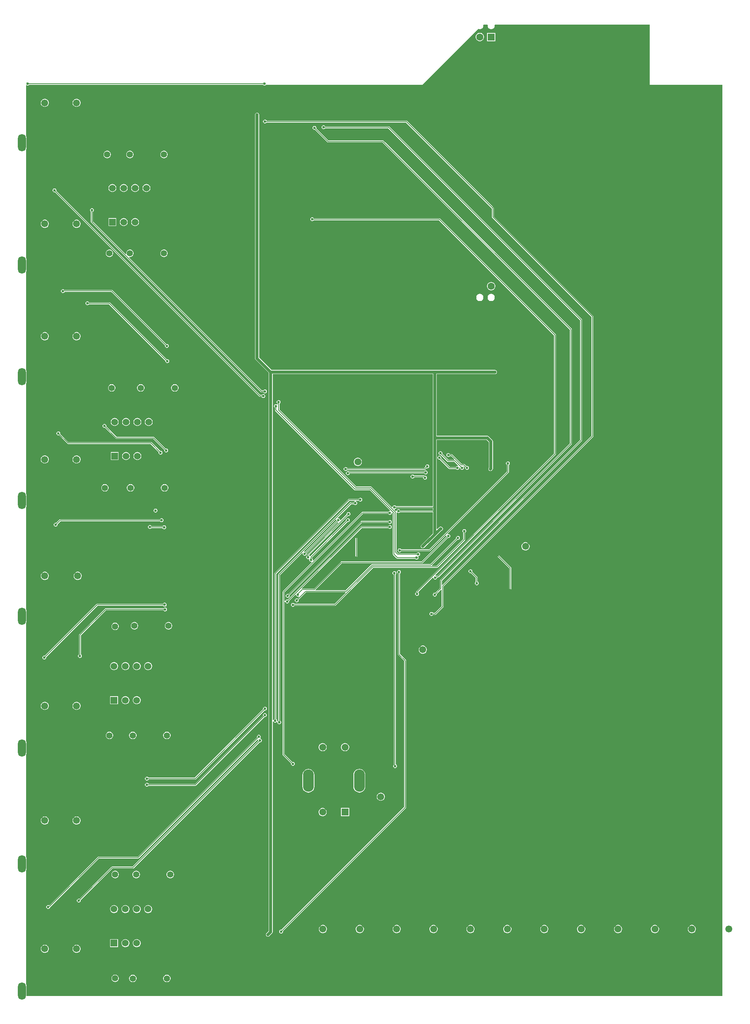
<source format=gbl>
G04*
G04 #@! TF.GenerationSoftware,Altium Limited,Altium Designer,25.3.3 (18)*
G04*
G04 Layer_Physical_Order=2*
G04 Layer_Color=16711680*
%FSLAX44Y44*%
%MOMM*%
G71*
G04*
G04 #@! TF.SameCoordinates,B03FB70F-F8BE-43E9-B780-EF2A816BF6E4*
G04*
G04*
G04 #@! TF.FilePolarity,Positive*
G04*
G01*
G75*
%ADD14C,0.1651*%
%ADD57R,1.5500X1.5500*%
%ADD58C,1.5500*%
G04:AMPARAMS|DCode=59|XSize=2.4mm|YSize=5mm|CornerRadius=1.2mm|HoleSize=0mm|Usage=FLASHONLY|Rotation=180.000|XOffset=0mm|YOffset=0mm|HoleType=Round|Shape=RoundedRectangle|*
%AMROUNDEDRECTD59*
21,1,2.4000,2.6000,0,0,180.0*
21,1,0.0000,5.0000,0,0,180.0*
1,1,2.4000,0.0000,1.3000*
1,1,2.4000,0.0000,1.3000*
1,1,2.4000,0.0000,-1.3000*
1,1,2.4000,0.0000,-1.3000*
%
%ADD59ROUNDEDRECTD59*%
%ADD61C,0.6350*%
G04:AMPARAMS|DCode=62|XSize=1.524mm|YSize=0.762mm|CornerRadius=0mm|HoleSize=0mm|Usage=FLASHONLY|Rotation=270.000|XOffset=0mm|YOffset=0mm|HoleType=Round|Shape=RoundedRectangle|*
%AMROUNDEDRECTD62*
21,1,1.5240,0.7620,0,0,270.0*
21,1,1.5240,0.7620,0,0,270.0*
1,1,0.0000,-0.3810,-0.7620*
1,1,0.0000,-0.3810,0.7620*
1,1,0.0000,0.3810,0.7620*
1,1,0.0000,0.3810,-0.7620*
%
%ADD62ROUNDEDRECTD62*%
%ADD63C,1.4500*%
%ADD64O,1.8000X3.9000*%
%ADD65O,2.8000X1.5000*%
%ADD66C,1.5000*%
%ADD67R,1.5000X1.5000*%
%ADD68C,1.4000*%
%ADD69R,1.6000X1.6000*%
%ADD70C,1.6000*%
%ADD71C,0.6000*%
G36*
X1449070Y2159000D02*
X1611630Y2159000D01*
Y120650D01*
X55174D01*
X54359Y121580D01*
Y142580D01*
X54006Y145261D01*
X53340Y146868D01*
Y401772D01*
X54006Y403379D01*
X54359Y406060D01*
Y427060D01*
X54006Y429741D01*
X53340Y431348D01*
Y660852D01*
X54006Y662459D01*
X54359Y665140D01*
Y686140D01*
X54006Y688821D01*
X53340Y690428D01*
Y955492D01*
X54006Y957099D01*
X54359Y959780D01*
Y980780D01*
X54006Y983461D01*
X53340Y985068D01*
Y1213810D01*
X54006Y1215417D01*
X54359Y1218098D01*
Y1239098D01*
X54006Y1241779D01*
X53340Y1243386D01*
Y1490670D01*
X54006Y1492277D01*
X54359Y1494958D01*
Y1515958D01*
X54006Y1518639D01*
X53340Y1520246D01*
Y1740860D01*
X54006Y1742467D01*
X54359Y1745148D01*
Y1766148D01*
X54006Y1768829D01*
X53340Y1770436D01*
Y2013910D01*
X54006Y2015517D01*
X54359Y2018198D01*
Y2039198D01*
X54006Y2041879D01*
X53340Y2043486D01*
Y2157515D01*
X54610Y2158041D01*
X54731Y2157920D01*
X56301Y2157270D01*
X57999D01*
X59569Y2157920D01*
X60649Y2159000D01*
X583241D01*
X584321Y2157920D01*
X585891Y2157270D01*
X587589D01*
X589159Y2157920D01*
X590239Y2159000D01*
X939800D01*
X1064815Y2284015D01*
X1065490Y2283625D01*
X1067525Y2283080D01*
X1069631D01*
X1071666Y2283625D01*
X1073490Y2284678D01*
X1074980Y2286168D01*
X1076033Y2287992D01*
X1076578Y2290027D01*
Y2292133D01*
X1076450Y2292612D01*
X1077223Y2293620D01*
X1085333D01*
X1086106Y2292612D01*
X1085978Y2292133D01*
Y2290027D01*
X1086523Y2287992D01*
X1087576Y2286168D01*
X1089066Y2284678D01*
X1090890Y2283625D01*
X1092925Y2283080D01*
X1095031D01*
X1097066Y2283625D01*
X1098890Y2284678D01*
X1100380Y2286168D01*
X1101433Y2287992D01*
X1101978Y2290027D01*
Y2292133D01*
X1101850Y2292612D01*
X1102623Y2293620D01*
X1449070D01*
Y2159000D01*
D02*
G37*
%LPC*%
G36*
X1103248Y2274950D02*
X1084708D01*
Y2256410D01*
X1103248D01*
Y2274950D01*
D02*
G37*
G36*
X1069798D02*
X1067358D01*
X1065000Y2274318D01*
X1062886Y2273098D01*
X1061160Y2271372D01*
X1059940Y2269258D01*
X1059308Y2266900D01*
Y2264460D01*
X1059940Y2262102D01*
X1061160Y2259988D01*
X1062886Y2258262D01*
X1065000Y2257042D01*
X1067358Y2256410D01*
X1069798D01*
X1072156Y2257042D01*
X1074270Y2258262D01*
X1075996Y2259988D01*
X1077216Y2262102D01*
X1077848Y2264460D01*
Y2266900D01*
X1077216Y2269258D01*
X1075996Y2271372D01*
X1074270Y2273098D01*
X1072156Y2274318D01*
X1069798Y2274950D01*
D02*
G37*
G36*
X167558Y2127380D02*
X165182D01*
X162888Y2126765D01*
X160832Y2125578D01*
X159152Y2123898D01*
X157965Y2121842D01*
X157350Y2119547D01*
Y2117173D01*
X157965Y2114878D01*
X159152Y2112822D01*
X160832Y2111142D01*
X162888Y2109955D01*
X165182Y2109340D01*
X167558D01*
X169852Y2109955D01*
X171908Y2111142D01*
X173588Y2112822D01*
X174775Y2114878D01*
X175390Y2117173D01*
Y2119547D01*
X174775Y2121842D01*
X173588Y2123898D01*
X171908Y2125578D01*
X169852Y2126765D01*
X167558Y2127380D01*
D02*
G37*
G36*
X96438D02*
X94062D01*
X91768Y2126765D01*
X89712Y2125578D01*
X88032Y2123898D01*
X86845Y2121842D01*
X86230Y2119547D01*
Y2117173D01*
X86845Y2114878D01*
X88032Y2112822D01*
X89712Y2111142D01*
X91768Y2109955D01*
X94062Y2109340D01*
X96438D01*
X98732Y2109955D01*
X100788Y2111142D01*
X102468Y2112822D01*
X103655Y2114878D01*
X104270Y2117173D01*
Y2119547D01*
X103655Y2121842D01*
X102468Y2123898D01*
X100788Y2125578D01*
X98732Y2126765D01*
X96438Y2127380D01*
D02*
G37*
G36*
X363039Y2011060D02*
X360861D01*
X358758Y2010496D01*
X356872Y2009408D01*
X355332Y2007868D01*
X354244Y2005982D01*
X353680Y2003879D01*
Y2001701D01*
X354244Y1999598D01*
X355332Y1997712D01*
X356872Y1996172D01*
X358758Y1995084D01*
X360861Y1994520D01*
X363039D01*
X365142Y1995084D01*
X367028Y1996172D01*
X368568Y1997712D01*
X369656Y1999598D01*
X370220Y2001701D01*
Y2003879D01*
X369656Y2005982D01*
X368568Y2007868D01*
X367028Y2009408D01*
X365142Y2010496D01*
X363039Y2011060D01*
D02*
G37*
G36*
X286839D02*
X284661D01*
X282558Y2010496D01*
X280672Y2009408D01*
X279132Y2007868D01*
X278044Y2005982D01*
X277480Y2003879D01*
Y2001701D01*
X278044Y1999598D01*
X279132Y1997712D01*
X280672Y1996172D01*
X282558Y1995084D01*
X284661Y1994520D01*
X286839D01*
X288942Y1995084D01*
X290828Y1996172D01*
X292368Y1997712D01*
X293456Y1999598D01*
X294020Y2001701D01*
Y2003879D01*
X293456Y2005982D01*
X292368Y2007868D01*
X290828Y2009408D01*
X288942Y2010496D01*
X286839Y2011060D01*
D02*
G37*
G36*
X236039D02*
X233861D01*
X231758Y2010496D01*
X229872Y2009408D01*
X228332Y2007868D01*
X227244Y2005982D01*
X226680Y2003879D01*
Y2001701D01*
X227244Y1999598D01*
X228332Y1997712D01*
X229872Y1996172D01*
X231758Y1995084D01*
X233861Y1994520D01*
X236039D01*
X238142Y1995084D01*
X240028Y1996172D01*
X241568Y1997712D01*
X242656Y1999598D01*
X243220Y2001701D01*
Y2003879D01*
X242656Y2005982D01*
X241568Y2007868D01*
X240028Y2009408D01*
X238142Y2010496D01*
X236039Y2011060D01*
D02*
G37*
G36*
X323735Y1936630D02*
X321425D01*
X319195Y1936032D01*
X317195Y1934878D01*
X315562Y1933245D01*
X314408Y1931245D01*
X313810Y1929015D01*
Y1926705D01*
X314408Y1924475D01*
X315562Y1922475D01*
X317195Y1920842D01*
X319195Y1919688D01*
X321425Y1919090D01*
X323735D01*
X325965Y1919688D01*
X327965Y1920842D01*
X329598Y1922475D01*
X330752Y1924475D01*
X331350Y1926705D01*
Y1929015D01*
X330752Y1931245D01*
X329598Y1933245D01*
X327965Y1934878D01*
X325965Y1936032D01*
X323735Y1936630D01*
D02*
G37*
G36*
X298335D02*
X296025D01*
X293795Y1936032D01*
X291795Y1934878D01*
X290162Y1933245D01*
X289008Y1931245D01*
X288410Y1929015D01*
Y1926705D01*
X289008Y1924475D01*
X290162Y1922475D01*
X291795Y1920842D01*
X293795Y1919688D01*
X296025Y1919090D01*
X298335D01*
X300565Y1919688D01*
X302565Y1920842D01*
X304198Y1922475D01*
X305352Y1924475D01*
X305950Y1926705D01*
Y1929015D01*
X305352Y1931245D01*
X304198Y1933245D01*
X302565Y1934878D01*
X300565Y1936032D01*
X298335Y1936630D01*
D02*
G37*
G36*
X272935D02*
X270625D01*
X268395Y1936032D01*
X266395Y1934878D01*
X264762Y1933245D01*
X263608Y1931245D01*
X263010Y1929015D01*
Y1926705D01*
X263608Y1924475D01*
X264762Y1922475D01*
X266395Y1920842D01*
X268395Y1919688D01*
X270625Y1919090D01*
X272935D01*
X275165Y1919688D01*
X277165Y1920842D01*
X278798Y1922475D01*
X279952Y1924475D01*
X280550Y1926705D01*
Y1929015D01*
X279952Y1931245D01*
X278798Y1933245D01*
X277165Y1934878D01*
X275165Y1936032D01*
X272935Y1936630D01*
D02*
G37*
G36*
X247535D02*
X245225D01*
X242995Y1936032D01*
X240995Y1934878D01*
X239362Y1933245D01*
X238208Y1931245D01*
X237610Y1929015D01*
Y1926705D01*
X238208Y1924475D01*
X239362Y1922475D01*
X240995Y1920842D01*
X242995Y1919688D01*
X245225Y1919090D01*
X247535D01*
X249765Y1919688D01*
X251765Y1920842D01*
X253398Y1922475D01*
X254552Y1924475D01*
X255150Y1926705D01*
Y1929015D01*
X254552Y1931245D01*
X253398Y1933245D01*
X251765Y1934878D01*
X249765Y1936032D01*
X247535Y1936630D01*
D02*
G37*
G36*
X298335Y1860430D02*
X296025D01*
X293795Y1859832D01*
X291795Y1858678D01*
X290162Y1857045D01*
X289008Y1855045D01*
X288410Y1852815D01*
Y1850505D01*
X289008Y1848275D01*
X290162Y1846275D01*
X291795Y1844642D01*
X293795Y1843488D01*
X296025Y1842890D01*
X298335D01*
X300565Y1843488D01*
X302565Y1844642D01*
X304198Y1846275D01*
X305352Y1848275D01*
X305950Y1850505D01*
Y1852815D01*
X305352Y1855045D01*
X304198Y1857045D01*
X302565Y1858678D01*
X300565Y1859832D01*
X298335Y1860430D01*
D02*
G37*
G36*
X272935D02*
X270625D01*
X268395Y1859832D01*
X266395Y1858678D01*
X264762Y1857045D01*
X263608Y1855045D01*
X263010Y1852815D01*
Y1850505D01*
X263608Y1848275D01*
X264762Y1846275D01*
X266395Y1844642D01*
X268395Y1843488D01*
X270625Y1842890D01*
X272935D01*
X275165Y1843488D01*
X277165Y1844642D01*
X278798Y1846275D01*
X279952Y1848275D01*
X280550Y1850505D01*
Y1852815D01*
X279952Y1855045D01*
X278798Y1857045D01*
X277165Y1858678D01*
X275165Y1859832D01*
X272935Y1860430D01*
D02*
G37*
G36*
X255150D02*
X237610D01*
Y1842890D01*
X255150D01*
Y1860430D01*
D02*
G37*
G36*
X167558Y1856870D02*
X165182D01*
X162888Y1856255D01*
X160832Y1855068D01*
X159152Y1853388D01*
X157965Y1851332D01*
X157350Y1849037D01*
Y1846662D01*
X157965Y1844368D01*
X159152Y1842312D01*
X160832Y1840632D01*
X162888Y1839445D01*
X165182Y1838830D01*
X167558D01*
X169852Y1839445D01*
X171908Y1840632D01*
X173588Y1842312D01*
X174775Y1844368D01*
X175390Y1846662D01*
Y1849037D01*
X174775Y1851332D01*
X173588Y1853388D01*
X171908Y1855068D01*
X169852Y1856255D01*
X167558Y1856870D01*
D02*
G37*
G36*
X96438D02*
X94062D01*
X91768Y1856255D01*
X89712Y1855068D01*
X88032Y1853388D01*
X86845Y1851332D01*
X86230Y1849037D01*
Y1846662D01*
X86845Y1844368D01*
X88032Y1842312D01*
X89712Y1840632D01*
X91768Y1839445D01*
X94062Y1838830D01*
X96438D01*
X98732Y1839445D01*
X100788Y1840632D01*
X102468Y1842312D01*
X103655Y1844368D01*
X104270Y1846662D01*
Y1849037D01*
X103655Y1851332D01*
X102468Y1853388D01*
X100788Y1855068D01*
X98732Y1856255D01*
X96438Y1856870D01*
D02*
G37*
G36*
X363039Y1790080D02*
X360861D01*
X358758Y1789516D01*
X356872Y1788428D01*
X355332Y1786888D01*
X354244Y1785002D01*
X353680Y1782899D01*
Y1780721D01*
X354244Y1778618D01*
X355332Y1776732D01*
X356872Y1775192D01*
X358758Y1774104D01*
X360861Y1773540D01*
X363039D01*
X365142Y1774104D01*
X367028Y1775192D01*
X368568Y1776732D01*
X369656Y1778618D01*
X370220Y1780721D01*
Y1782899D01*
X369656Y1785002D01*
X368568Y1786888D01*
X367028Y1788428D01*
X365142Y1789516D01*
X363039Y1790080D01*
D02*
G37*
G36*
X201509Y1882600D02*
X199811D01*
X198241Y1881950D01*
X197040Y1880749D01*
X196390Y1879179D01*
Y1877481D01*
X197040Y1875911D01*
X198241Y1874710D01*
X198524Y1874593D01*
Y1852510D01*
X198686Y1851693D01*
X199149Y1851000D01*
X578460Y1471689D01*
X579153Y1471226D01*
X579970Y1471064D01*
X584273D01*
X584390Y1470781D01*
X585591Y1469580D01*
X587161Y1468930D01*
X588859D01*
X590429Y1469580D01*
X591630Y1470781D01*
X592280Y1472351D01*
Y1474049D01*
X591630Y1475619D01*
X590429Y1476820D01*
X588859Y1477470D01*
X587161D01*
X585591Y1476820D01*
X584390Y1475619D01*
X584273Y1475336D01*
X580855D01*
X283713Y1772479D01*
X284370Y1773618D01*
X284661Y1773540D01*
X286839D01*
X288942Y1774104D01*
X290828Y1775192D01*
X292368Y1776732D01*
X293456Y1778618D01*
X294020Y1780721D01*
Y1782899D01*
X293456Y1785002D01*
X292368Y1786888D01*
X290828Y1788428D01*
X288942Y1789516D01*
X286839Y1790080D01*
X284661D01*
X282558Y1789516D01*
X280672Y1788428D01*
X279132Y1786888D01*
X278044Y1785002D01*
X277480Y1782899D01*
Y1780721D01*
X277558Y1780430D01*
X276419Y1779772D01*
X202796Y1853395D01*
Y1874593D01*
X203079Y1874710D01*
X204280Y1875911D01*
X204930Y1877481D01*
Y1879179D01*
X204280Y1880749D01*
X203079Y1881950D01*
X201509Y1882600D01*
D02*
G37*
G36*
X241119Y1790080D02*
X238941D01*
X236838Y1789516D01*
X234952Y1788428D01*
X233412Y1786888D01*
X232324Y1785002D01*
X231760Y1782899D01*
Y1780721D01*
X232324Y1778618D01*
X233412Y1776732D01*
X234952Y1775192D01*
X236838Y1774104D01*
X238941Y1773540D01*
X241119D01*
X243222Y1774104D01*
X245108Y1775192D01*
X246648Y1776732D01*
X247736Y1778618D01*
X248300Y1780721D01*
Y1782899D01*
X247736Y1785002D01*
X246648Y1786888D01*
X245108Y1788428D01*
X243222Y1789516D01*
X241119Y1790080D01*
D02*
G37*
G36*
X1095198Y1717674D02*
X1092758D01*
X1090400Y1717042D01*
X1088286Y1715822D01*
X1086560Y1714096D01*
X1085340Y1711982D01*
X1084708Y1709624D01*
Y1707184D01*
X1085340Y1704826D01*
X1086560Y1702712D01*
X1088286Y1700986D01*
X1090400Y1699766D01*
X1092758Y1699134D01*
X1095198D01*
X1097556Y1699766D01*
X1099670Y1700986D01*
X1101396Y1702712D01*
X1102616Y1704826D01*
X1103248Y1707184D01*
Y1709624D01*
X1102616Y1711982D01*
X1101396Y1714096D01*
X1099670Y1715822D01*
X1097556Y1717042D01*
X1095198Y1717674D01*
D02*
G37*
G36*
X1095031Y1691004D02*
X1092925D01*
X1090890Y1690459D01*
X1089066Y1689406D01*
X1087576Y1687916D01*
X1086523Y1686092D01*
X1085978Y1684057D01*
Y1681951D01*
X1086523Y1679916D01*
X1087576Y1678092D01*
X1089066Y1676602D01*
X1090890Y1675549D01*
X1092925Y1675004D01*
X1095031D01*
X1097066Y1675549D01*
X1098890Y1676602D01*
X1100380Y1678092D01*
X1101433Y1679916D01*
X1101978Y1681951D01*
Y1684057D01*
X1101433Y1686092D01*
X1100380Y1687916D01*
X1098890Y1689406D01*
X1097066Y1690459D01*
X1095031Y1691004D01*
D02*
G37*
G36*
X1069631D02*
X1067525D01*
X1065490Y1690459D01*
X1063666Y1689406D01*
X1062176Y1687916D01*
X1061123Y1686092D01*
X1060578Y1684057D01*
Y1681951D01*
X1061123Y1679916D01*
X1062176Y1678092D01*
X1063666Y1676602D01*
X1065490Y1675549D01*
X1067525Y1675004D01*
X1069631D01*
X1071666Y1675549D01*
X1073490Y1676602D01*
X1074980Y1678092D01*
X1076033Y1679916D01*
X1076578Y1681951D01*
Y1684057D01*
X1076033Y1686092D01*
X1074980Y1687916D01*
X1073490Y1689406D01*
X1071666Y1690459D01*
X1069631Y1691004D01*
D02*
G37*
G36*
X167558Y1605410D02*
X165182D01*
X162888Y1604795D01*
X160832Y1603608D01*
X159152Y1601928D01*
X157965Y1599872D01*
X157350Y1597578D01*
Y1595202D01*
X157965Y1592908D01*
X159152Y1590852D01*
X160832Y1589172D01*
X162888Y1587985D01*
X165182Y1587370D01*
X167558D01*
X169852Y1587985D01*
X171908Y1589172D01*
X173588Y1590852D01*
X174775Y1592908D01*
X175390Y1595202D01*
Y1597578D01*
X174775Y1599872D01*
X173588Y1601928D01*
X171908Y1603608D01*
X169852Y1604795D01*
X167558Y1605410D01*
D02*
G37*
G36*
X96438D02*
X94062D01*
X91768Y1604795D01*
X89712Y1603608D01*
X88032Y1601928D01*
X86845Y1599872D01*
X86230Y1597578D01*
Y1595202D01*
X86845Y1592908D01*
X88032Y1590852D01*
X89712Y1589172D01*
X91768Y1587985D01*
X94062Y1587370D01*
X96438D01*
X98732Y1587985D01*
X100788Y1589172D01*
X102468Y1590852D01*
X103655Y1592908D01*
X104270Y1595202D01*
Y1597578D01*
X103655Y1599872D01*
X102468Y1601928D01*
X100788Y1603608D01*
X98732Y1604795D01*
X96438Y1605410D01*
D02*
G37*
G36*
X136739Y1701310D02*
X135041D01*
X133471Y1700660D01*
X132270Y1699459D01*
X131620Y1697889D01*
Y1696191D01*
X132270Y1694621D01*
X133471Y1693420D01*
X135041Y1692770D01*
X136739D01*
X138309Y1693420D01*
X139510Y1694621D01*
X140020Y1695853D01*
X244225D01*
X364147Y1575932D01*
X364030Y1575649D01*
Y1573951D01*
X364680Y1572381D01*
X365881Y1571180D01*
X367451Y1570530D01*
X369149D01*
X370719Y1571180D01*
X371920Y1572381D01*
X372570Y1573951D01*
Y1575649D01*
X371920Y1577219D01*
X370719Y1578420D01*
X369149Y1579070D01*
X367451D01*
X367168Y1578953D01*
X246621Y1699501D01*
X245928Y1699964D01*
X245110Y1700126D01*
X138842D01*
X138309Y1700660D01*
X136739Y1701310D01*
D02*
G37*
G36*
X191349Y1674320D02*
X189651D01*
X188081Y1673670D01*
X186880Y1672469D01*
X186230Y1670899D01*
Y1669201D01*
X186880Y1667631D01*
X188081Y1666430D01*
X189651Y1665780D01*
X191349D01*
X192919Y1666430D01*
X194120Y1667631D01*
X194237Y1667914D01*
X239145D01*
X365417Y1541642D01*
X365300Y1541359D01*
Y1539661D01*
X365950Y1538091D01*
X367151Y1536890D01*
X368721Y1536240D01*
X370419D01*
X371989Y1536890D01*
X373190Y1538091D01*
X373840Y1539661D01*
Y1541359D01*
X373190Y1542929D01*
X371989Y1544130D01*
X370419Y1544780D01*
X368721D01*
X368438Y1544663D01*
X241541Y1671561D01*
X240848Y1672024D01*
X240030Y1672186D01*
X194237D01*
X194120Y1672469D01*
X192919Y1673670D01*
X191349Y1674320D01*
D02*
G37*
G36*
X387169Y1489090D02*
X384991D01*
X382888Y1488526D01*
X381002Y1487438D01*
X379462Y1485898D01*
X378374Y1484012D01*
X377810Y1481909D01*
Y1479731D01*
X378374Y1477628D01*
X379462Y1475742D01*
X381002Y1474202D01*
X382888Y1473114D01*
X384991Y1472550D01*
X387169D01*
X389272Y1473114D01*
X391158Y1474202D01*
X392698Y1475742D01*
X393786Y1477628D01*
X394350Y1479731D01*
Y1481909D01*
X393786Y1484012D01*
X392698Y1485898D01*
X391158Y1487438D01*
X389272Y1488526D01*
X387169Y1489090D01*
D02*
G37*
G36*
X310969D02*
X308791D01*
X306688Y1488526D01*
X304802Y1487438D01*
X303262Y1485898D01*
X302174Y1484012D01*
X301610Y1481909D01*
Y1479731D01*
X302174Y1477628D01*
X303262Y1475742D01*
X304802Y1474202D01*
X306688Y1473114D01*
X308791Y1472550D01*
X310969D01*
X313072Y1473114D01*
X314958Y1474202D01*
X316498Y1475742D01*
X317586Y1477628D01*
X318150Y1479731D01*
Y1481909D01*
X317586Y1484012D01*
X316498Y1485898D01*
X314958Y1487438D01*
X313072Y1488526D01*
X310969Y1489090D01*
D02*
G37*
G36*
X246199D02*
X244021D01*
X241918Y1488526D01*
X240032Y1487438D01*
X238492Y1485898D01*
X237404Y1484012D01*
X236840Y1481909D01*
Y1479731D01*
X237404Y1477628D01*
X238492Y1475742D01*
X240032Y1474202D01*
X241918Y1473114D01*
X244021Y1472550D01*
X246199D01*
X248302Y1473114D01*
X250188Y1474202D01*
X251728Y1475742D01*
X252816Y1477628D01*
X253380Y1479731D01*
Y1481909D01*
X252816Y1484012D01*
X251728Y1485898D01*
X250188Y1487438D01*
X248302Y1488526D01*
X246199Y1489090D01*
D02*
G37*
G36*
X117689Y1927050D02*
X115991D01*
X114421Y1926400D01*
X113220Y1925199D01*
X112570Y1923629D01*
Y1921931D01*
X113220Y1920361D01*
X114421Y1919160D01*
X115991Y1918510D01*
X117689D01*
X117972Y1918627D01*
X575069Y1461529D01*
X575762Y1461066D01*
X576580Y1460903D01*
X580084D01*
X580508Y1459881D01*
X581709Y1458680D01*
X583279Y1458029D01*
X584977D01*
X586547Y1458680D01*
X587748Y1459881D01*
X588398Y1461450D01*
Y1463149D01*
X587748Y1464718D01*
X586547Y1465919D01*
X584977Y1466570D01*
X583279D01*
X581709Y1465919D01*
X580966Y1465177D01*
X577465D01*
X120993Y1921648D01*
X121110Y1921931D01*
Y1923629D01*
X120460Y1925199D01*
X119259Y1926400D01*
X117689Y1927050D01*
D02*
G37*
G36*
X328815Y1413390D02*
X326505D01*
X324275Y1412792D01*
X322275Y1411638D01*
X320642Y1410005D01*
X319488Y1408005D01*
X318890Y1405775D01*
Y1403465D01*
X319488Y1401235D01*
X320642Y1399235D01*
X322275Y1397602D01*
X324275Y1396448D01*
X326505Y1395850D01*
X328815D01*
X331045Y1396448D01*
X333045Y1397602D01*
X334678Y1399235D01*
X335832Y1401235D01*
X336430Y1403465D01*
Y1405775D01*
X335832Y1408005D01*
X334678Y1410005D01*
X333045Y1411638D01*
X331045Y1412792D01*
X328815Y1413390D01*
D02*
G37*
G36*
X303415D02*
X301105D01*
X298875Y1412792D01*
X296875Y1411638D01*
X295242Y1410005D01*
X294088Y1408005D01*
X293490Y1405775D01*
Y1403465D01*
X294088Y1401235D01*
X295242Y1399235D01*
X296875Y1397602D01*
X298875Y1396448D01*
X301105Y1395850D01*
X303415D01*
X305645Y1396448D01*
X307645Y1397602D01*
X309278Y1399235D01*
X310432Y1401235D01*
X311030Y1403465D01*
Y1405775D01*
X310432Y1408005D01*
X309278Y1410005D01*
X307645Y1411638D01*
X305645Y1412792D01*
X303415Y1413390D01*
D02*
G37*
G36*
X278015D02*
X275705D01*
X273475Y1412792D01*
X271475Y1411638D01*
X269842Y1410005D01*
X268688Y1408005D01*
X268090Y1405775D01*
Y1403465D01*
X268688Y1401235D01*
X269842Y1399235D01*
X271475Y1397602D01*
X273475Y1396448D01*
X275705Y1395850D01*
X278015D01*
X280245Y1396448D01*
X282245Y1397602D01*
X283878Y1399235D01*
X285032Y1401235D01*
X285630Y1403465D01*
Y1405775D01*
X285032Y1408005D01*
X283878Y1410005D01*
X282245Y1411638D01*
X280245Y1412792D01*
X278015Y1413390D01*
D02*
G37*
G36*
X252615D02*
X250305D01*
X248075Y1412792D01*
X246075Y1411638D01*
X244442Y1410005D01*
X243288Y1408005D01*
X242690Y1405775D01*
Y1403465D01*
X243288Y1401235D01*
X244442Y1399235D01*
X246075Y1397602D01*
X248075Y1396448D01*
X250305Y1395850D01*
X252615D01*
X254845Y1396448D01*
X256845Y1397602D01*
X258478Y1399235D01*
X259632Y1401235D01*
X260230Y1403465D01*
Y1405775D01*
X259632Y1408005D01*
X258478Y1410005D01*
X256845Y1411638D01*
X254845Y1412792D01*
X252615Y1413390D01*
D02*
G37*
G36*
X229449Y1400000D02*
X227751D01*
X226181Y1399350D01*
X224980Y1398149D01*
X224330Y1396579D01*
Y1394881D01*
X224980Y1393311D01*
X226181Y1392110D01*
X227751Y1391460D01*
X229449D01*
X229732Y1391577D01*
X253759Y1367549D01*
X254452Y1367086D01*
X255270Y1366924D01*
X338205D01*
X362877Y1342252D01*
X362760Y1341969D01*
Y1340271D01*
X363410Y1338701D01*
X364611Y1337500D01*
X366181Y1336850D01*
X367879D01*
X369449Y1337500D01*
X370650Y1338701D01*
X371300Y1340271D01*
Y1341969D01*
X370650Y1343539D01*
X369449Y1344740D01*
X367879Y1345390D01*
X366181D01*
X365898Y1345273D01*
X340601Y1370571D01*
X339908Y1371034D01*
X339090Y1371196D01*
X256155D01*
X232753Y1394598D01*
X232870Y1394881D01*
Y1396579D01*
X232220Y1398149D01*
X231019Y1399350D01*
X229449Y1400000D01*
D02*
G37*
G36*
X126579Y1383490D02*
X124881D01*
X123311Y1382840D01*
X122110Y1381639D01*
X121460Y1380069D01*
Y1378371D01*
X122110Y1376801D01*
X123311Y1375600D01*
X124881Y1374950D01*
X126579D01*
X126862Y1375067D01*
X145809Y1356119D01*
X146502Y1355656D01*
X147320Y1355493D01*
X331855D01*
X350177Y1337172D01*
X350060Y1336889D01*
Y1335191D01*
X350710Y1333621D01*
X351911Y1332420D01*
X353481Y1331770D01*
X355179D01*
X356749Y1332420D01*
X357950Y1333621D01*
X358600Y1335191D01*
Y1336889D01*
X357950Y1338459D01*
X356749Y1339660D01*
X355179Y1340310D01*
X353481D01*
X353198Y1340193D01*
X334251Y1359141D01*
X333558Y1359604D01*
X332740Y1359767D01*
X148205D01*
X129883Y1378088D01*
X130000Y1378371D01*
Y1380069D01*
X129350Y1381639D01*
X128149Y1382840D01*
X126579Y1383490D01*
D02*
G37*
G36*
X303415Y1337190D02*
X301105D01*
X298875Y1336592D01*
X296875Y1335438D01*
X295242Y1333805D01*
X294088Y1331805D01*
X293490Y1329575D01*
Y1327265D01*
X294088Y1325035D01*
X295242Y1323035D01*
X296875Y1321402D01*
X298875Y1320248D01*
X301105Y1319650D01*
X303415D01*
X305645Y1320248D01*
X307645Y1321402D01*
X309278Y1323035D01*
X310432Y1325035D01*
X311030Y1327265D01*
Y1329575D01*
X310432Y1331805D01*
X309278Y1333805D01*
X307645Y1335438D01*
X305645Y1336592D01*
X303415Y1337190D01*
D02*
G37*
G36*
X278015D02*
X275705D01*
X273475Y1336592D01*
X271475Y1335438D01*
X269842Y1333805D01*
X268688Y1331805D01*
X268090Y1329575D01*
Y1327265D01*
X268688Y1325035D01*
X269842Y1323035D01*
X271475Y1321402D01*
X273475Y1320248D01*
X275705Y1319650D01*
X278015D01*
X280245Y1320248D01*
X282245Y1321402D01*
X283878Y1323035D01*
X285032Y1325035D01*
X285630Y1327265D01*
Y1329575D01*
X285032Y1331805D01*
X283878Y1333805D01*
X282245Y1335438D01*
X280245Y1336592D01*
X278015Y1337190D01*
D02*
G37*
G36*
X260230D02*
X242690D01*
Y1319650D01*
X260230D01*
Y1337190D01*
D02*
G37*
G36*
X167558Y1329820D02*
X165182D01*
X162888Y1329205D01*
X160832Y1328018D01*
X159152Y1326338D01*
X157965Y1324282D01*
X157350Y1321987D01*
Y1319612D01*
X157965Y1317318D01*
X159152Y1315262D01*
X160832Y1313582D01*
X162888Y1312395D01*
X165182Y1311780D01*
X167558D01*
X169852Y1312395D01*
X171908Y1313582D01*
X173588Y1315262D01*
X174775Y1317318D01*
X175390Y1319612D01*
Y1321987D01*
X174775Y1324282D01*
X173588Y1326338D01*
X171908Y1328018D01*
X169852Y1329205D01*
X167558Y1329820D01*
D02*
G37*
G36*
X96438D02*
X94062D01*
X91768Y1329205D01*
X89712Y1328018D01*
X88032Y1326338D01*
X86845Y1324282D01*
X86230Y1321987D01*
Y1319612D01*
X86845Y1317318D01*
X88032Y1315262D01*
X89712Y1313582D01*
X91768Y1312395D01*
X94062Y1311780D01*
X96438D01*
X98732Y1312395D01*
X100788Y1313582D01*
X102468Y1315262D01*
X103655Y1317318D01*
X104270Y1319612D01*
Y1321987D01*
X103655Y1324282D01*
X102468Y1326338D01*
X100788Y1328018D01*
X98732Y1329205D01*
X96438Y1329820D01*
D02*
G37*
G36*
X796988Y1324380D02*
X794613D01*
X792318Y1323765D01*
X790262Y1322578D01*
X788582Y1320898D01*
X787395Y1318842D01*
X786780Y1316548D01*
Y1314173D01*
X787395Y1311878D01*
X788582Y1309822D01*
X790262Y1308142D01*
X792318Y1306955D01*
X794613Y1306340D01*
X796988D01*
X799282Y1306955D01*
X801338Y1308142D01*
X803018Y1309822D01*
X804205Y1311878D01*
X804820Y1314173D01*
Y1316548D01*
X804205Y1318842D01*
X803018Y1320898D01*
X801338Y1322578D01*
X799282Y1323765D01*
X796988Y1324380D01*
D02*
G37*
G36*
X981289Y1339040D02*
X979591D01*
X978021Y1338390D01*
X976820Y1337189D01*
X976170Y1335619D01*
Y1333921D01*
X976820Y1332351D01*
X978021Y1331150D01*
X979591Y1330500D01*
X981289D01*
X981572Y1330617D01*
X996074Y1316114D01*
X996767Y1315651D01*
X997585Y1315488D01*
X1011940D01*
X1020490Y1306939D01*
X1019770Y1305862D01*
X1019389Y1306020D01*
X1017691D01*
X1016121Y1305370D01*
X1014920Y1304169D01*
X1014803Y1303887D01*
X1001645D01*
X982053Y1323478D01*
X982170Y1323761D01*
Y1325459D01*
X981520Y1327029D01*
X980319Y1328230D01*
X978749Y1328880D01*
X977051D01*
X975481Y1328230D01*
X974280Y1327029D01*
X973630Y1325459D01*
Y1323761D01*
X974280Y1322191D01*
X975481Y1320990D01*
X977051Y1320340D01*
X978749D01*
X979032Y1320457D01*
X999249Y1300239D01*
X999942Y1299776D01*
X1000760Y1299613D01*
X1014803D01*
X1014920Y1299331D01*
X1016121Y1298130D01*
X1017691Y1297480D01*
X1019389D01*
X1020959Y1298130D01*
X1022160Y1299331D01*
X1022810Y1300901D01*
Y1302599D01*
X1022737Y1302776D01*
X1023833Y1303447D01*
X1024471Y1302698D01*
X1024430Y1302599D01*
Y1300901D01*
X1025080Y1299331D01*
X1026281Y1298130D01*
X1027851Y1297480D01*
X1029549D01*
X1031119Y1298130D01*
X1032320Y1299331D01*
X1032970Y1300901D01*
Y1302599D01*
X1032320Y1304169D01*
X1032153Y1304335D01*
X1032570Y1305715D01*
X1033047Y1305811D01*
X1035977Y1302882D01*
X1035860Y1302599D01*
Y1300901D01*
X1036510Y1299331D01*
X1037711Y1298130D01*
X1039281Y1297480D01*
X1040979D01*
X1042549Y1298130D01*
X1043750Y1299331D01*
X1044400Y1300901D01*
Y1302599D01*
X1043750Y1304169D01*
X1042549Y1305370D01*
X1040979Y1306020D01*
X1039281D01*
X1038998Y1305903D01*
X1034930Y1309971D01*
X1034237Y1310435D01*
X1033419Y1310597D01*
X1028262D01*
X1006928Y1331932D01*
X1006235Y1332395D01*
X1005417Y1332557D01*
X1001762D01*
X1001645Y1332840D01*
X1000444Y1334041D01*
X998874Y1334691D01*
X997176D01*
X995606Y1334041D01*
X994405Y1332840D01*
X993755Y1331270D01*
Y1329572D01*
X994405Y1328002D01*
X995606Y1326801D01*
X997176Y1326151D01*
X998874D01*
X1000444Y1326801D01*
X1001645Y1328002D01*
X1001762Y1328284D01*
X1004532D01*
X1011785Y1321031D01*
X1011259Y1319762D01*
X998470D01*
X984593Y1333638D01*
X984710Y1333921D01*
Y1335619D01*
X984060Y1337189D01*
X982859Y1338390D01*
X981289Y1339040D01*
D02*
G37*
G36*
X952079Y1309830D02*
X950381D01*
X948811Y1309180D01*
X947610Y1307979D01*
X946960Y1306409D01*
Y1304711D01*
X947077Y1304428D01*
X943995Y1301346D01*
X772087D01*
X771970Y1301629D01*
X770769Y1302830D01*
X769199Y1303480D01*
X767501D01*
X765931Y1302830D01*
X764730Y1301629D01*
X764080Y1300059D01*
Y1298361D01*
X764730Y1296791D01*
X765931Y1295590D01*
X767501Y1294940D01*
X769199D01*
X770769Y1295590D01*
X771970Y1296791D01*
X772087Y1297074D01*
X944880D01*
X945698Y1297236D01*
X946391Y1297699D01*
X950098Y1301407D01*
X950381Y1301290D01*
X952079D01*
X953649Y1301940D01*
X954850Y1303141D01*
X955500Y1304711D01*
Y1306409D01*
X954850Y1307979D01*
X953649Y1309180D01*
X952079Y1309830D01*
D02*
G37*
G36*
X948269Y1295860D02*
X946571D01*
X945001Y1295210D01*
X943800Y1294009D01*
X943420Y1293091D01*
X776697D01*
X775849Y1293940D01*
X774279Y1294590D01*
X772581D01*
X771011Y1293940D01*
X769810Y1292739D01*
X769160Y1291169D01*
Y1289471D01*
X769810Y1287901D01*
X771011Y1286700D01*
X772581Y1286050D01*
X774279D01*
X775849Y1286700D01*
X777050Y1287901D01*
X777430Y1288819D01*
X944153D01*
X945001Y1287970D01*
X946571Y1287320D01*
X948269D01*
X949839Y1287970D01*
X951040Y1289171D01*
X951690Y1290741D01*
Y1292439D01*
X951040Y1294009D01*
X949839Y1295210D01*
X948269Y1295860D01*
D02*
G37*
G36*
X919059Y1286970D02*
X917361D01*
X915791Y1286320D01*
X914590Y1285119D01*
X913940Y1283549D01*
Y1281851D01*
X914590Y1280281D01*
X915791Y1279080D01*
X917361Y1278430D01*
X919059D01*
X920629Y1279080D01*
X921830Y1280281D01*
X921947Y1280564D01*
X941880D01*
Y1279311D01*
X942530Y1277741D01*
X943731Y1276540D01*
X945301Y1275890D01*
X946999D01*
X948569Y1276540D01*
X949770Y1277741D01*
X950420Y1279311D01*
Y1281009D01*
X949770Y1282579D01*
X948569Y1283780D01*
X946999Y1284430D01*
X945301D01*
X944616Y1284147D01*
X944552Y1284211D01*
X943859Y1284674D01*
X943041Y1284836D01*
X921947D01*
X921830Y1285119D01*
X920629Y1286320D01*
X919059Y1286970D01*
D02*
G37*
G36*
X364309Y1265570D02*
X362131D01*
X360028Y1265006D01*
X358142Y1263918D01*
X356602Y1262378D01*
X355514Y1260492D01*
X354950Y1258389D01*
Y1256211D01*
X355514Y1254108D01*
X356602Y1252222D01*
X358142Y1250682D01*
X360028Y1249594D01*
X362131Y1249030D01*
X364309D01*
X366412Y1249594D01*
X368298Y1250682D01*
X369838Y1252222D01*
X370926Y1254108D01*
X371490Y1256211D01*
Y1258389D01*
X370926Y1260492D01*
X369838Y1262378D01*
X368298Y1263918D01*
X366412Y1265006D01*
X364309Y1265570D01*
D02*
G37*
G36*
X288109D02*
X285931D01*
X283828Y1265006D01*
X281942Y1263918D01*
X280402Y1262378D01*
X279314Y1260492D01*
X278750Y1258389D01*
Y1256211D01*
X279314Y1254108D01*
X280402Y1252222D01*
X281942Y1250682D01*
X283828Y1249594D01*
X285931Y1249030D01*
X288109D01*
X290212Y1249594D01*
X292098Y1250682D01*
X293638Y1252222D01*
X294726Y1254108D01*
X295290Y1256211D01*
Y1258389D01*
X294726Y1260492D01*
X293638Y1262378D01*
X292098Y1263918D01*
X290212Y1265006D01*
X288109Y1265570D01*
D02*
G37*
G36*
X230959D02*
X228781D01*
X226678Y1265006D01*
X224792Y1263918D01*
X223252Y1262378D01*
X222164Y1260492D01*
X221600Y1258389D01*
Y1256211D01*
X222164Y1254108D01*
X223252Y1252222D01*
X224792Y1250682D01*
X226678Y1249594D01*
X228781Y1249030D01*
X230959D01*
X233062Y1249594D01*
X234948Y1250682D01*
X236488Y1252222D01*
X237576Y1254108D01*
X238140Y1256211D01*
Y1258389D01*
X237576Y1260492D01*
X236488Y1262378D01*
X234948Y1263918D01*
X233062Y1265006D01*
X230959Y1265570D01*
D02*
G37*
G36*
X570230Y2096222D02*
X568496Y2095877D01*
X567025Y2094895D01*
X566043Y2093424D01*
X565698Y2091690D01*
Y1878330D01*
Y1582420D01*
Y1546860D01*
X566043Y1545126D01*
X567025Y1543655D01*
X596178Y1514503D01*
Y1052157D01*
X596142Y1052069D01*
Y1050370D01*
X596178Y1050282D01*
Y266037D01*
X591155Y261015D01*
X590173Y259544D01*
X589828Y257810D01*
X590173Y256076D01*
X591155Y254605D01*
X592626Y253623D01*
X594360Y253278D01*
X596094Y253623D01*
X597565Y254605D01*
X603915Y260955D01*
X604897Y262426D01*
X605242Y264160D01*
X605242Y264160D01*
Y1511848D01*
X963208D01*
Y1369060D01*
Y1216256D01*
X881307D01*
X881190Y1216539D01*
X879989Y1217740D01*
X878419Y1218390D01*
X876721D01*
X875151Y1217740D01*
X873950Y1216539D01*
X873300Y1214969D01*
Y1214469D01*
X872030Y1213942D01*
X826445Y1259527D01*
X825752Y1259990D01*
X824934Y1260153D01*
X792649D01*
X620626Y1432175D01*
Y1445333D01*
X620909Y1445450D01*
X622110Y1446651D01*
X622760Y1448221D01*
Y1449919D01*
X622110Y1451489D01*
X620909Y1452690D01*
X619339Y1453340D01*
X617641D01*
X616071Y1452690D01*
X614870Y1451489D01*
X614220Y1449919D01*
Y1448221D01*
X614870Y1446651D01*
X616071Y1445450D01*
X616353Y1445333D01*
Y1443976D01*
X615084Y1443450D01*
X614734Y1443800D01*
X613164Y1444450D01*
X611466D01*
X609896Y1443800D01*
X608695Y1442599D01*
X608045Y1441029D01*
Y1439331D01*
X608695Y1437761D01*
X609896Y1436560D01*
X610178Y1436443D01*
Y1431115D01*
X610341Y1430297D01*
X610804Y1429604D01*
X787713Y1252696D01*
X788406Y1252232D01*
X789224Y1252070D01*
X822471D01*
X867581Y1206960D01*
X867055Y1205690D01*
X866561D01*
X864991Y1205040D01*
X863790Y1203839D01*
X863673Y1203557D01*
X806450D01*
X805632Y1203394D01*
X804939Y1202931D01*
X696069Y1094060D01*
X694992Y1094780D01*
X695150Y1095161D01*
Y1096859D01*
X694500Y1098429D01*
X693299Y1099630D01*
X693017Y1099747D01*
Y1101475D01*
X772298Y1180757D01*
X772581Y1180640D01*
X774279D01*
X775849Y1181290D01*
X777050Y1182491D01*
X777700Y1184061D01*
Y1185759D01*
X777050Y1187329D01*
X775849Y1188530D01*
X774279Y1189180D01*
X772581D01*
X771011Y1188530D01*
X769810Y1187329D01*
X769160Y1185759D01*
Y1184061D01*
X769277Y1183778D01*
X689745Y1104247D01*
X688501Y1104368D01*
X688264Y1104503D01*
X688150Y1104779D01*
X686949Y1105980D01*
X686666Y1106097D01*
Y1107825D01*
X773568Y1194727D01*
X773851Y1194610D01*
X775549D01*
X777119Y1195260D01*
X778320Y1196461D01*
X778970Y1198031D01*
Y1199729D01*
X778320Y1201299D01*
X777119Y1202500D01*
X775549Y1203150D01*
X773851D01*
X772281Y1202500D01*
X771080Y1201299D01*
X770430Y1199729D01*
Y1198031D01*
X770547Y1197748D01*
X757380Y1184582D01*
X756110Y1185108D01*
Y1185759D01*
X755460Y1187329D01*
X754259Y1188530D01*
X752689Y1189180D01*
X751076D01*
X750874Y1189410D01*
X750416Y1190317D01*
X780973Y1220873D01*
X786203D01*
X786320Y1220591D01*
X787521Y1219390D01*
X789091Y1218740D01*
X790789D01*
X792359Y1219390D01*
X793560Y1220591D01*
X794210Y1222161D01*
Y1223859D01*
X793560Y1225429D01*
X792359Y1226630D01*
X790789Y1227280D01*
X790926Y1228493D01*
X797633D01*
X797750Y1228211D01*
X798951Y1227010D01*
X800521Y1226360D01*
X802219D01*
X803789Y1227010D01*
X804990Y1228211D01*
X805640Y1229781D01*
Y1231479D01*
X804990Y1233049D01*
X803789Y1234250D01*
X802219Y1234900D01*
X800521D01*
X798951Y1234250D01*
X797750Y1233049D01*
X797633Y1232766D01*
X775970D01*
X775152Y1232604D01*
X774459Y1232141D01*
X609359Y1067041D01*
X608896Y1066348D01*
X608733Y1065530D01*
Y740337D01*
X608451Y740220D01*
X607250Y739019D01*
X606600Y737449D01*
Y735751D01*
X607250Y734181D01*
X608451Y732980D01*
X610021Y732330D01*
X611719D01*
X613289Y732980D01*
X614317Y734008D01*
X614988Y733797D01*
X615430Y733562D01*
X615490Y733522D01*
Y731941D01*
X616140Y730371D01*
X617341Y729170D01*
X618911Y728520D01*
X620609D01*
X622179Y729170D01*
X623380Y730371D01*
X624030Y731941D01*
Y733639D01*
X623380Y735209D01*
X622179Y736410D01*
X621897Y736527D01*
Y1061797D01*
X671503Y1111404D01*
X672410Y1110946D01*
X672640Y1110744D01*
Y1109131D01*
X673290Y1107561D01*
X674491Y1106360D01*
X676061Y1105710D01*
X677759D01*
X679329Y1106360D01*
X680530Y1107561D01*
X681180Y1109131D01*
Y1110829D01*
X681063Y1111112D01*
X750469Y1180518D01*
X751463Y1180348D01*
X751918Y1179119D01*
X683019Y1110221D01*
X682556Y1109528D01*
X682393Y1108710D01*
Y1106097D01*
X682111Y1105980D01*
X680910Y1104779D01*
X680260Y1103209D01*
Y1101511D01*
X680910Y1099941D01*
X682111Y1098740D01*
X683681Y1098090D01*
X685379D01*
X685821Y1098273D01*
X686793Y1097301D01*
X686610Y1096859D01*
Y1095161D01*
X687260Y1093591D01*
X688461Y1092390D01*
X690031Y1091740D01*
X691729D01*
X692110Y1091898D01*
X692830Y1090821D01*
X628409Y1026401D01*
X627946Y1025708D01*
X627784Y1024890D01*
Y660400D01*
X627946Y659582D01*
X628409Y658889D01*
X646087Y641212D01*
X645970Y640929D01*
Y639231D01*
X646620Y637661D01*
X647821Y636460D01*
X649391Y635810D01*
X651089D01*
X652659Y636460D01*
X653860Y637661D01*
X654510Y639231D01*
Y640929D01*
X653860Y642499D01*
X652659Y643700D01*
X651089Y644350D01*
X649391D01*
X649108Y644233D01*
X632057Y661285D01*
Y1002314D01*
X633270Y1002451D01*
X633920Y1000881D01*
X635121Y999680D01*
X636691Y999030D01*
X638389D01*
X639959Y999680D01*
X641160Y1000881D01*
X641810Y1002451D01*
Y1004149D01*
X641693Y1004432D01*
X656130Y1018868D01*
X657400Y1018342D01*
Y1017691D01*
X658050Y1016121D01*
X659251Y1014920D01*
X660821Y1014270D01*
X662519D01*
X662900Y1014428D01*
X663620Y1013351D01*
X660262Y1009993D01*
X659979Y1010110D01*
X658281D01*
X656711Y1009460D01*
X655510Y1008259D01*
X654860Y1006689D01*
Y1004991D01*
X655510Y1003421D01*
X656711Y1002220D01*
X658281Y1001570D01*
X659979D01*
X661549Y1002220D01*
X662750Y1003421D01*
X663400Y1004991D01*
Y1006689D01*
X663283Y1006972D01*
X680335Y1024024D01*
X767746D01*
X768272Y1022754D01*
X743335Y997816D01*
X653977D01*
X653860Y998099D01*
X652659Y999300D01*
X651089Y999950D01*
X649391D01*
X647821Y999300D01*
X646620Y998099D01*
X645970Y996529D01*
Y994831D01*
X646620Y993261D01*
X647821Y992060D01*
X649391Y991410D01*
X651089D01*
X652659Y992060D01*
X653860Y993261D01*
X653977Y993543D01*
X744220D01*
X745038Y993706D01*
X745731Y994169D01*
X830210Y1078649D01*
X972835D01*
X973653Y1078812D01*
X974346Y1079275D01*
X1035291Y1140219D01*
X1035754Y1140912D01*
X1035917Y1141730D01*
Y1157043D01*
X1036199Y1157160D01*
X1037400Y1158361D01*
X1038050Y1159931D01*
Y1161629D01*
X1037400Y1163199D01*
X1036199Y1164400D01*
X1034629Y1165050D01*
X1032931D01*
X1031361Y1164400D01*
X1030160Y1163199D01*
X1029510Y1161629D01*
Y1159931D01*
X1030160Y1158361D01*
X1031361Y1157160D01*
X1031644Y1157043D01*
Y1142615D01*
X971951Y1082922D01*
X962010D01*
X961484Y1084192D01*
X1018678Y1141387D01*
X1018961Y1141270D01*
X1020659D01*
X1022229Y1141920D01*
X1023430Y1143121D01*
X1024080Y1144691D01*
Y1146389D01*
X1023430Y1147959D01*
X1022229Y1149160D01*
X1020659Y1149810D01*
X1018961D01*
X1017391Y1149160D01*
X1016190Y1147959D01*
X1015540Y1146389D01*
Y1144691D01*
X1015657Y1144408D01*
X957965Y1086717D01*
X827732D01*
X826914Y1086554D01*
X826221Y1086091D01*
X768427Y1028297D01*
X701644D01*
X701118Y1029566D01*
X759893Y1088341D01*
X939348D01*
X940165Y1088504D01*
X940858Y1088967D01*
X997088Y1145197D01*
X997371Y1145080D01*
X999069D01*
X1000639Y1145730D01*
X1001840Y1146931D01*
X1002490Y1148501D01*
Y1150199D01*
X1001840Y1151769D01*
X1000639Y1152970D01*
X999069Y1153620D01*
X997371D01*
X996990Y1153462D01*
X996270Y1154539D01*
X1133081Y1291349D01*
X1133544Y1292042D01*
X1133707Y1292860D01*
Y1308173D01*
X1133989Y1308290D01*
X1135190Y1309491D01*
X1135840Y1311061D01*
Y1312759D01*
X1135190Y1314329D01*
X1133989Y1315530D01*
X1132419Y1316180D01*
X1130721D01*
X1129151Y1315530D01*
X1127950Y1314329D01*
X1127300Y1312759D01*
Y1311061D01*
X1127950Y1309491D01*
X1129151Y1308290D01*
X1129434Y1308173D01*
Y1293745D01*
X955425Y1119736D01*
X892737D01*
X892620Y1120019D01*
X891419Y1121220D01*
X889849Y1121870D01*
X888151D01*
X886581Y1121220D01*
X885380Y1120019D01*
X884730Y1118449D01*
Y1116751D01*
X885380Y1115181D01*
X886581Y1113980D01*
X888151Y1113330D01*
X889849D01*
X891419Y1113980D01*
X892620Y1115181D01*
X892737Y1115463D01*
X956310D01*
X957128Y1115626D01*
X957821Y1116089D01*
X993031Y1151300D01*
X994108Y1150580D01*
X993950Y1150199D01*
Y1148501D01*
X994067Y1148218D01*
X938463Y1092614D01*
X759007D01*
X758190Y1092451D01*
X757497Y1091988D01*
X697615Y1032106D01*
X671830D01*
X671012Y1031944D01*
X670980Y1031922D01*
X670170Y1032908D01*
X804795Y1167533D01*
X863673D01*
X863790Y1167251D01*
X864991Y1166050D01*
X866561Y1165400D01*
X868259D01*
X869829Y1166050D01*
X871030Y1167251D01*
X871680Y1168821D01*
Y1170519D01*
X871030Y1172089D01*
X869829Y1173290D01*
X868259Y1173940D01*
X866561D01*
X864991Y1173290D01*
X863790Y1172089D01*
X863673Y1171806D01*
X803910D01*
X803092Y1171644D01*
X802399Y1171181D01*
X638672Y1007453D01*
X638389Y1007570D01*
X636691D01*
X635121Y1006920D01*
X633920Y1005719D01*
X633270Y1004149D01*
X632057Y1004286D01*
Y1024005D01*
X807335Y1199284D01*
X863673D01*
X863790Y1199001D01*
X864991Y1197800D01*
X866561Y1197150D01*
X868259D01*
X869829Y1197800D01*
X871030Y1199001D01*
X871680Y1200571D01*
Y1201065D01*
X872950Y1201591D01*
X874164Y1200378D01*
Y1108867D01*
X874326Y1108050D01*
X874789Y1107356D01*
X882567Y1099579D01*
X883260Y1099116D01*
X884077Y1098953D01*
X923363D01*
X923480Y1098671D01*
X924681Y1097470D01*
X926251Y1096820D01*
X927949D01*
X929519Y1097470D01*
X930720Y1098671D01*
X931370Y1100241D01*
Y1101939D01*
X930860Y1103170D01*
X931312Y1104146D01*
X931585Y1104440D01*
X931759D01*
X933329Y1105090D01*
X934530Y1106291D01*
X935180Y1107861D01*
Y1109559D01*
X934530Y1111129D01*
X933329Y1112330D01*
X931759Y1112980D01*
X930061D01*
X928491Y1112330D01*
X927290Y1111129D01*
X927173Y1110846D01*
X886075D01*
X882246Y1114675D01*
Y1201609D01*
X883516Y1202135D01*
X884041Y1201610D01*
X885611Y1200960D01*
X887309D01*
X888879Y1201610D01*
X890080Y1202811D01*
X890197Y1203093D01*
X963208D01*
Y1155037D01*
X937865Y1129695D01*
X936883Y1128224D01*
X936538Y1126490D01*
X936883Y1124756D01*
X937865Y1123285D01*
X939336Y1122303D01*
X941070Y1121958D01*
X942804Y1122303D01*
X944275Y1123285D01*
X970945Y1149955D01*
X970945Y1149955D01*
X982468Y1161479D01*
X983444Y1161673D01*
X984915Y1162655D01*
X985897Y1164126D01*
X986242Y1165860D01*
X985897Y1167594D01*
X984915Y1169065D01*
X983444Y1170047D01*
X981710Y1170392D01*
X980440D01*
X980440Y1170392D01*
X978706Y1170047D01*
X977235Y1169065D01*
X977235Y1169065D01*
X973445Y1165275D01*
X972272Y1165761D01*
Y1205230D01*
Y1214120D01*
Y1364528D01*
X1083973D01*
X1088938Y1359563D01*
Y1302329D01*
X1088013Y1300944D01*
X1087668Y1299210D01*
X1088013Y1297476D01*
X1088995Y1296005D01*
X1090466Y1295023D01*
X1092200Y1294678D01*
X1093934Y1295023D01*
X1095405Y1296005D01*
X1096675Y1297275D01*
X1096675Y1297275D01*
X1097657Y1298746D01*
X1098002Y1300480D01*
X1098002Y1300480D01*
Y1361440D01*
X1097657Y1363174D01*
X1096675Y1364645D01*
X1089055Y1372265D01*
X1087584Y1373247D01*
X1085850Y1373592D01*
X972272D01*
Y1511848D01*
X1102360D01*
X1104094Y1512193D01*
X1105565Y1513175D01*
X1106547Y1514646D01*
X1106892Y1516380D01*
X1106547Y1518114D01*
X1105565Y1519585D01*
X1104094Y1520567D01*
X1102360Y1520912D01*
X602587D01*
X574762Y1548737D01*
Y1582420D01*
Y1878330D01*
Y2091690D01*
X574417Y2093424D01*
X573435Y2094895D01*
X571964Y2095877D01*
X570230Y2096222D01*
D02*
G37*
G36*
X343749Y1210770D02*
X342051D01*
X340481Y1210120D01*
X339280Y1208919D01*
X338630Y1207349D01*
Y1205651D01*
X339280Y1204081D01*
X340481Y1202880D01*
X342051Y1202230D01*
X343749D01*
X345319Y1202880D01*
X346520Y1204081D01*
X347170Y1205651D01*
Y1207349D01*
X346520Y1208919D01*
X345319Y1210120D01*
X343749Y1210770D01*
D02*
G37*
G36*
X357392Y1189005D02*
X355693D01*
X354124Y1188354D01*
X352923Y1187153D01*
X352806Y1186871D01*
X129365D01*
X128547Y1186708D01*
X127854Y1186245D01*
X120512Y1178903D01*
X120229Y1179020D01*
X118531D01*
X116961Y1178370D01*
X115760Y1177169D01*
X115110Y1175599D01*
Y1173901D01*
X115760Y1172331D01*
X116961Y1171130D01*
X118531Y1170480D01*
X120229D01*
X121799Y1171130D01*
X123000Y1172331D01*
X123650Y1173901D01*
Y1175599D01*
X123533Y1175882D01*
X130250Y1182598D01*
X352806D01*
X352923Y1182316D01*
X354124Y1181115D01*
X355693Y1180464D01*
X357392D01*
X358961Y1181115D01*
X360163Y1182316D01*
X360813Y1183885D01*
Y1185584D01*
X360163Y1187153D01*
X358961Y1188354D01*
X357392Y1189005D01*
D02*
G37*
G36*
X868259Y1185370D02*
X866561D01*
X864991Y1184720D01*
X863790Y1183519D01*
X863673Y1183236D01*
X803910D01*
X803092Y1183074D01*
X802399Y1182611D01*
X639942Y1020153D01*
X639659Y1020270D01*
X637961D01*
X636391Y1019620D01*
X635190Y1018419D01*
X634540Y1016849D01*
Y1015151D01*
X635190Y1013581D01*
X636391Y1012380D01*
X637961Y1011730D01*
X639659D01*
X641229Y1012380D01*
X642430Y1013581D01*
X643080Y1015151D01*
Y1016849D01*
X642963Y1017132D01*
X804795Y1178963D01*
X863673D01*
X863790Y1178681D01*
X864991Y1177480D01*
X866561Y1176830D01*
X868259D01*
X869829Y1177480D01*
X871030Y1178681D01*
X871680Y1180251D01*
Y1181949D01*
X871030Y1183519D01*
X869829Y1184720D01*
X868259Y1185370D01*
D02*
G37*
G36*
X331049Y1173940D02*
X329351D01*
X327781Y1173290D01*
X326580Y1172089D01*
X325930Y1170519D01*
Y1168821D01*
X326580Y1167251D01*
X327781Y1166050D01*
X329351Y1165400D01*
X331049D01*
X332619Y1166050D01*
X333820Y1167251D01*
X333937Y1167533D01*
X358350D01*
X358680Y1166738D01*
X359881Y1165537D01*
X361450Y1164886D01*
X363149D01*
X364718Y1165537D01*
X365920Y1166738D01*
X366570Y1168307D01*
Y1170006D01*
X365920Y1171575D01*
X364718Y1172776D01*
X363149Y1173427D01*
X361450D01*
X359881Y1172776D01*
X358911Y1171806D01*
X333937D01*
X333820Y1172089D01*
X332619Y1173290D01*
X331049Y1173940D01*
D02*
G37*
G36*
X1172128Y1135510D02*
X1169753D01*
X1167458Y1134895D01*
X1165402Y1133708D01*
X1163722Y1132028D01*
X1162535Y1129972D01*
X1161920Y1127678D01*
Y1125303D01*
X1162535Y1123008D01*
X1163722Y1120952D01*
X1165402Y1119272D01*
X1167458Y1118085D01*
X1169753Y1117470D01*
X1172128D01*
X1174422Y1118085D01*
X1176478Y1119272D01*
X1178158Y1120952D01*
X1179345Y1123008D01*
X1179960Y1125303D01*
Y1127678D01*
X1179345Y1129972D01*
X1178158Y1132028D01*
X1176478Y1133708D01*
X1174422Y1134895D01*
X1172128Y1135510D01*
D02*
G37*
G36*
X792480Y1150217D02*
X791662Y1150054D01*
X790969Y1149591D01*
X790506Y1148898D01*
X790343Y1148080D01*
Y1102793D01*
X790004Y1102284D01*
X789841Y1101467D01*
X790004Y1100649D01*
X790467Y1099956D01*
X791160Y1099493D01*
X791977Y1099330D01*
X792795Y1099493D01*
X793488Y1099956D01*
X793991Y1100459D01*
X794454Y1101152D01*
X794616Y1101969D01*
Y1148080D01*
X794454Y1148898D01*
X793991Y1149591D01*
X793298Y1150054D01*
X792480Y1150217D01*
D02*
G37*
G36*
X699349Y2066750D02*
X697651D01*
X696081Y2066100D01*
X694880Y2064899D01*
X694230Y2063329D01*
Y2061631D01*
X694880Y2060061D01*
X696081Y2058860D01*
X697651Y2058210D01*
X699349D01*
X699632Y2058327D01*
X727469Y2030489D01*
X728162Y2030026D01*
X728980Y2029863D01*
X851285D01*
X1270404Y1610745D01*
Y1357245D01*
X974702Y1061544D01*
X972900D01*
X972082Y1061381D01*
X971389Y1060918D01*
X970909Y1060438D01*
X969722Y1060930D01*
X969228D01*
X968701Y1062200D01*
X1238491Y1331989D01*
X1238954Y1332682D01*
X1239117Y1333500D01*
Y1598930D01*
X1238954Y1599748D01*
X1238491Y1600441D01*
X979411Y1859521D01*
X978718Y1859984D01*
X977900Y1860146D01*
X697157D01*
X697040Y1860429D01*
X695839Y1861630D01*
X694269Y1862280D01*
X692571D01*
X691001Y1861630D01*
X689800Y1860429D01*
X689150Y1858859D01*
Y1857161D01*
X689800Y1855591D01*
X691001Y1854390D01*
X692571Y1853740D01*
X694269D01*
X695839Y1854390D01*
X697040Y1855591D01*
X697157Y1855874D01*
X977015D01*
X1234844Y1598045D01*
Y1334385D01*
X926859Y1026401D01*
X926396Y1025708D01*
X926234Y1024890D01*
Y1023547D01*
X925951Y1023430D01*
X924750Y1022229D01*
X924100Y1020659D01*
Y1018961D01*
X924750Y1017391D01*
X925951Y1016190D01*
X927521Y1015540D01*
X929219D01*
X930789Y1016190D01*
X931990Y1017391D01*
X932640Y1018961D01*
Y1020659D01*
X931990Y1022229D01*
X930789Y1023430D01*
X931155Y1024653D01*
X963333Y1056831D01*
X964603Y1056305D01*
Y1055811D01*
X965253Y1054241D01*
X966454Y1053040D01*
X968023Y1052390D01*
X969722D01*
X971292Y1053040D01*
X972493Y1054241D01*
X973143Y1055811D01*
Y1056628D01*
X973785Y1057271D01*
X975587D01*
X976405Y1057433D01*
X977098Y1057896D01*
X1274051Y1354849D01*
X1274514Y1355542D01*
X1274677Y1356360D01*
Y1611630D01*
X1274514Y1612448D01*
X1274051Y1613141D01*
X853681Y2033511D01*
X852988Y2033974D01*
X852170Y2034137D01*
X729865D01*
X702653Y2061348D01*
X702770Y2061631D01*
Y2063329D01*
X702120Y2064899D01*
X700919Y2066100D01*
X699349Y2066750D01*
D02*
G37*
G36*
X170098Y1069470D02*
X167722D01*
X165428Y1068855D01*
X163372Y1067668D01*
X161692Y1065988D01*
X160505Y1063932D01*
X159890Y1061637D01*
Y1059262D01*
X160505Y1056968D01*
X161692Y1054912D01*
X163372Y1053232D01*
X165428Y1052045D01*
X167722Y1051430D01*
X170098D01*
X172392Y1052045D01*
X174448Y1053232D01*
X176128Y1054912D01*
X177315Y1056968D01*
X177930Y1059262D01*
Y1061637D01*
X177315Y1063932D01*
X176128Y1065988D01*
X174448Y1067668D01*
X172392Y1068855D01*
X170098Y1069470D01*
D02*
G37*
G36*
X96438D02*
X94062D01*
X91768Y1068855D01*
X89712Y1067668D01*
X88032Y1065988D01*
X86845Y1063932D01*
X86230Y1061637D01*
Y1059262D01*
X86845Y1056968D01*
X88032Y1054912D01*
X89712Y1053232D01*
X91768Y1052045D01*
X94062Y1051430D01*
X96438D01*
X98732Y1052045D01*
X100788Y1053232D01*
X102468Y1054912D01*
X103655Y1056968D01*
X104270Y1059262D01*
Y1061637D01*
X103655Y1063932D01*
X102468Y1065988D01*
X100788Y1067668D01*
X98732Y1068855D01*
X96438Y1069470D01*
D02*
G37*
G36*
X588859Y2080720D02*
X587161D01*
X585591Y2080070D01*
X584390Y2078869D01*
X583740Y2077299D01*
Y2075601D01*
X584390Y2074031D01*
X585591Y2072830D01*
X587161Y2072180D01*
X588859D01*
X590429Y2072830D01*
X591630Y2074031D01*
X591747Y2074314D01*
X903355D01*
X1095820Y1881849D01*
Y1863005D01*
X1095983Y1862188D01*
X1096446Y1861495D01*
X1318663Y1639277D01*
Y1373805D01*
X985117Y1040258D01*
X983847Y1040784D01*
Y1049405D01*
X1296911Y1362469D01*
X1297374Y1363162D01*
X1297536Y1363980D01*
Y1633220D01*
X1297374Y1634038D01*
X1296911Y1634731D01*
X866381Y2065261D01*
X865688Y2065724D01*
X864870Y2065887D01*
X722557D01*
X722440Y2066169D01*
X721239Y2067370D01*
X719669Y2068020D01*
X717971D01*
X716401Y2067370D01*
X715200Y2066169D01*
X714550Y2064599D01*
Y2062901D01*
X715200Y2061331D01*
X716401Y2060130D01*
X717971Y2059480D01*
X719669D01*
X721239Y2060130D01*
X722440Y2061331D01*
X722557Y2061613D01*
X863985D01*
X1293264Y1632335D01*
Y1364865D01*
X980199Y1051801D01*
X979736Y1051108D01*
X979574Y1050290D01*
Y1033395D01*
X968872Y1022693D01*
X968589Y1022810D01*
X966891D01*
X965321Y1022160D01*
X964120Y1020959D01*
X963470Y1019389D01*
Y1017691D01*
X964120Y1016121D01*
X965321Y1014920D01*
X966891Y1014270D01*
X968589D01*
X970159Y1014920D01*
X971360Y1016121D01*
X972010Y1017691D01*
Y1019389D01*
X971893Y1019672D01*
X982113Y1029892D01*
X983383Y1029366D01*
Y992755D01*
X968125Y977496D01*
X963857D01*
X963740Y977779D01*
X962539Y978980D01*
X960969Y979630D01*
X959271D01*
X957701Y978980D01*
X956500Y977779D01*
X955850Y976209D01*
Y974511D01*
X956500Y972941D01*
X957701Y971740D01*
X959271Y971090D01*
X960969D01*
X962539Y971740D01*
X963740Y972941D01*
X963857Y973223D01*
X969010D01*
X969828Y973386D01*
X970521Y973849D01*
X987031Y990359D01*
X987494Y991052D01*
X987656Y991870D01*
Y1036755D01*
X1322311Y1371409D01*
X1322774Y1372103D01*
X1322937Y1372920D01*
Y1640162D01*
X1322774Y1640979D01*
X1322311Y1641673D01*
X1100093Y1863890D01*
Y1882733D01*
X1099930Y1883551D01*
X1099467Y1884244D01*
X905751Y2077961D01*
X905058Y2078424D01*
X904240Y2078586D01*
X591747D01*
X591630Y2078869D01*
X590429Y2080070D01*
X588859Y2080720D01*
D02*
G37*
G36*
X1048599Y1074880D02*
X1046901D01*
X1045331Y1074230D01*
X1044130Y1073029D01*
X1043480Y1071459D01*
Y1069761D01*
X1044130Y1068191D01*
X1045331Y1066990D01*
X1046901Y1066340D01*
X1048599D01*
X1048882Y1066457D01*
X1059584Y1055755D01*
Y1047677D01*
X1059301Y1047560D01*
X1058100Y1046359D01*
X1057450Y1044789D01*
Y1043091D01*
X1058100Y1041521D01*
X1059301Y1040320D01*
X1060871Y1039670D01*
X1062569D01*
X1064139Y1040320D01*
X1065340Y1041521D01*
X1065990Y1043091D01*
Y1044789D01*
X1065340Y1046359D01*
X1064139Y1047560D01*
X1063857Y1047677D01*
Y1056640D01*
X1063694Y1057458D01*
X1063231Y1058151D01*
X1051903Y1069478D01*
X1052020Y1069761D01*
Y1071459D01*
X1051370Y1073029D01*
X1050169Y1074230D01*
X1048599Y1074880D01*
D02*
G37*
G36*
X1108710Y1108307D02*
X1107892Y1108144D01*
X1107199Y1107681D01*
X1106736Y1106988D01*
X1106573Y1106170D01*
X1106736Y1105352D01*
X1107199Y1104659D01*
X1134513Y1077345D01*
Y1028700D01*
X1134676Y1027882D01*
X1135139Y1027189D01*
X1135832Y1026726D01*
X1136650Y1026563D01*
X1137468Y1026726D01*
X1138161Y1027189D01*
X1138624Y1027882D01*
X1138786Y1028700D01*
Y1078230D01*
X1138624Y1079048D01*
X1138161Y1079741D01*
X1110221Y1107681D01*
X1109528Y1108144D01*
X1108710Y1108307D01*
D02*
G37*
G36*
X364399Y1000110D02*
X362701D01*
X361131Y999460D01*
X359930Y998258D01*
X359813Y997976D01*
X212250D01*
X211432Y997813D01*
X210739Y997350D01*
X95112Y881723D01*
X94829Y881840D01*
X93131D01*
X91561Y881190D01*
X90360Y879989D01*
X89710Y878419D01*
Y876721D01*
X90360Y875151D01*
X91561Y873950D01*
X93131Y873300D01*
X94829D01*
X96399Y873950D01*
X97600Y875151D01*
X98250Y876721D01*
Y878419D01*
X98133Y878702D01*
X213135Y993703D01*
X359813D01*
X359930Y993421D01*
X361131Y992220D01*
X362701Y991570D01*
X364399D01*
X365969Y992220D01*
X367170Y993421D01*
X367820Y994990D01*
Y996689D01*
X367170Y998258D01*
X365969Y999460D01*
X364399Y1000110D01*
D02*
G37*
G36*
X365339Y989790D02*
X363641D01*
X362071Y989140D01*
X360870Y987939D01*
X360753Y987656D01*
X231140D01*
X230322Y987494D01*
X229629Y987031D01*
X172479Y929881D01*
X172016Y929188D01*
X171854Y928370D01*
Y885117D01*
X171571Y885000D01*
X170370Y883799D01*
X169720Y882229D01*
Y880531D01*
X170370Y878961D01*
X171571Y877760D01*
X173141Y877110D01*
X174839D01*
X176409Y877760D01*
X177610Y878961D01*
X178260Y880531D01*
Y882229D01*
X177610Y883799D01*
X176409Y885000D01*
X176126Y885117D01*
Y927485D01*
X232025Y983383D01*
X360753D01*
X360870Y983101D01*
X362071Y981900D01*
X363641Y981250D01*
X365339D01*
X366909Y981900D01*
X368110Y983101D01*
X368760Y984671D01*
Y986369D01*
X368110Y987939D01*
X366909Y989140D01*
X365339Y989790D01*
D02*
G37*
G36*
X373199Y956960D02*
X371021D01*
X368918Y956396D01*
X367032Y955308D01*
X365492Y953768D01*
X364404Y951882D01*
X363840Y949779D01*
Y947601D01*
X364404Y945498D01*
X365492Y943612D01*
X367032Y942072D01*
X368918Y940984D01*
X371021Y940420D01*
X373199D01*
X375302Y940984D01*
X377188Y942072D01*
X378728Y943612D01*
X379816Y945498D01*
X380380Y947601D01*
Y949779D01*
X379816Y951882D01*
X378728Y953768D01*
X377188Y955308D01*
X375302Y956396D01*
X373199Y956960D01*
D02*
G37*
G36*
X296999D02*
X294821D01*
X292718Y956396D01*
X290832Y955308D01*
X289292Y953768D01*
X288204Y951882D01*
X287640Y949779D01*
Y947601D01*
X288204Y945498D01*
X289292Y943612D01*
X290832Y942072D01*
X292718Y940984D01*
X294821Y940420D01*
X296999D01*
X299102Y940984D01*
X300988Y942072D01*
X302528Y943612D01*
X303616Y945498D01*
X304180Y947601D01*
Y949779D01*
X303616Y951882D01*
X302528Y953768D01*
X300988Y955308D01*
X299102Y956396D01*
X296999Y956960D01*
D02*
G37*
G36*
X253819Y955690D02*
X251641D01*
X249538Y955126D01*
X247652Y954038D01*
X246112Y952498D01*
X245024Y950612D01*
X244460Y948509D01*
Y946331D01*
X245024Y944228D01*
X246112Y942342D01*
X247652Y940802D01*
X249538Y939714D01*
X251641Y939150D01*
X253819D01*
X255922Y939714D01*
X257808Y940802D01*
X259348Y942342D01*
X260436Y944228D01*
X261000Y946331D01*
Y948509D01*
X260436Y950612D01*
X259348Y952498D01*
X257808Y954038D01*
X255922Y955126D01*
X253819Y955690D01*
D02*
G37*
G36*
X942258Y904370D02*
X939883D01*
X937588Y903755D01*
X935532Y902568D01*
X933852Y900888D01*
X932665Y898832D01*
X932050Y896537D01*
Y894163D01*
X932665Y891868D01*
X933852Y889812D01*
X935532Y888132D01*
X937588Y886945D01*
X939883Y886330D01*
X942258D01*
X944552Y886945D01*
X946608Y888132D01*
X948288Y889812D01*
X949475Y891868D01*
X950090Y894163D01*
Y896537D01*
X949475Y898832D01*
X948288Y900888D01*
X946608Y902568D01*
X944552Y903755D01*
X942258Y904370D01*
D02*
G37*
G36*
X327545Y867290D02*
X325235D01*
X323005Y866692D01*
X321005Y865538D01*
X319372Y863905D01*
X318218Y861905D01*
X317620Y859675D01*
Y857365D01*
X318218Y855135D01*
X319372Y853135D01*
X321005Y851502D01*
X323005Y850348D01*
X325235Y849750D01*
X327545D01*
X329775Y850348D01*
X331775Y851502D01*
X333408Y853135D01*
X334562Y855135D01*
X335160Y857365D01*
Y859675D01*
X334562Y861905D01*
X333408Y863905D01*
X331775Y865538D01*
X329775Y866692D01*
X327545Y867290D01*
D02*
G37*
G36*
X302145D02*
X299835D01*
X297605Y866692D01*
X295605Y865538D01*
X293972Y863905D01*
X292818Y861905D01*
X292220Y859675D01*
Y857365D01*
X292818Y855135D01*
X293972Y853135D01*
X295605Y851502D01*
X297605Y850348D01*
X299835Y849750D01*
X302145D01*
X304375Y850348D01*
X306375Y851502D01*
X308008Y853135D01*
X309162Y855135D01*
X309760Y857365D01*
Y859675D01*
X309162Y861905D01*
X308008Y863905D01*
X306375Y865538D01*
X304375Y866692D01*
X302145Y867290D01*
D02*
G37*
G36*
X276745D02*
X274435D01*
X272205Y866692D01*
X270205Y865538D01*
X268572Y863905D01*
X267418Y861905D01*
X266820Y859675D01*
Y857365D01*
X267418Y855135D01*
X268572Y853135D01*
X270205Y851502D01*
X272205Y850348D01*
X274435Y849750D01*
X276745D01*
X278975Y850348D01*
X280975Y851502D01*
X282608Y853135D01*
X283762Y855135D01*
X284360Y857365D01*
Y859675D01*
X283762Y861905D01*
X282608Y863905D01*
X280975Y865538D01*
X278975Y866692D01*
X276745Y867290D01*
D02*
G37*
G36*
X251345D02*
X249035D01*
X246805Y866692D01*
X244805Y865538D01*
X243172Y863905D01*
X242018Y861905D01*
X241420Y859675D01*
Y857365D01*
X242018Y855135D01*
X243172Y853135D01*
X244805Y851502D01*
X246805Y850348D01*
X249035Y849750D01*
X251345D01*
X253575Y850348D01*
X255575Y851502D01*
X257208Y853135D01*
X258362Y855135D01*
X258960Y857365D01*
Y859675D01*
X258362Y861905D01*
X257208Y863905D01*
X255575Y865538D01*
X253575Y866692D01*
X251345Y867290D01*
D02*
G37*
G36*
X302145Y791090D02*
X299835D01*
X297605Y790492D01*
X295605Y789338D01*
X293972Y787705D01*
X292818Y785705D01*
X292220Y783475D01*
Y781165D01*
X292818Y778935D01*
X293972Y776935D01*
X295605Y775302D01*
X297605Y774148D01*
X299835Y773550D01*
X302145D01*
X304375Y774148D01*
X306375Y775302D01*
X308008Y776935D01*
X309162Y778935D01*
X309760Y781165D01*
Y783475D01*
X309162Y785705D01*
X308008Y787705D01*
X306375Y789338D01*
X304375Y790492D01*
X302145Y791090D01*
D02*
G37*
G36*
X276745D02*
X274435D01*
X272205Y790492D01*
X270205Y789338D01*
X268572Y787705D01*
X267418Y785705D01*
X266820Y783475D01*
Y781165D01*
X267418Y778935D01*
X268572Y776935D01*
X270205Y775302D01*
X272205Y774148D01*
X274435Y773550D01*
X276745D01*
X278975Y774148D01*
X280975Y775302D01*
X282608Y776935D01*
X283762Y778935D01*
X284360Y781165D01*
Y783475D01*
X283762Y785705D01*
X282608Y787705D01*
X280975Y789338D01*
X278975Y790492D01*
X276745Y791090D01*
D02*
G37*
G36*
X258960D02*
X241420D01*
Y773550D01*
X258960D01*
Y791090D01*
D02*
G37*
G36*
X167558Y778640D02*
X165182D01*
X162888Y778025D01*
X160832Y776838D01*
X159152Y775158D01*
X157965Y773102D01*
X157350Y770807D01*
Y768432D01*
X157965Y766138D01*
X159152Y764082D01*
X160832Y762402D01*
X162888Y761215D01*
X165182Y760600D01*
X167558D01*
X169852Y761215D01*
X171908Y762402D01*
X173588Y764082D01*
X174775Y766138D01*
X175390Y768432D01*
Y770807D01*
X174775Y773102D01*
X173588Y775158D01*
X171908Y776838D01*
X169852Y778025D01*
X167558Y778640D01*
D02*
G37*
G36*
X96438D02*
X94062D01*
X91768Y778025D01*
X89712Y776838D01*
X88032Y775158D01*
X86845Y773102D01*
X86230Y770807D01*
Y768432D01*
X86845Y766138D01*
X88032Y764082D01*
X89712Y762402D01*
X91768Y761215D01*
X94062Y760600D01*
X96438D01*
X98732Y761215D01*
X100788Y762402D01*
X102468Y764082D01*
X103655Y766138D01*
X104270Y768432D01*
Y770807D01*
X103655Y773102D01*
X102468Y775158D01*
X100788Y776838D01*
X98732Y778025D01*
X96438Y778640D01*
D02*
G37*
G36*
X588859Y767540D02*
X587161D01*
X585591Y766890D01*
X584390Y765689D01*
X583740Y764119D01*
Y762421D01*
X583857Y762138D01*
X430915Y609197D01*
X327587D01*
X327470Y609479D01*
X326269Y610680D01*
X324699Y611330D01*
X323001D01*
X321431Y610680D01*
X320230Y609479D01*
X319580Y607909D01*
Y606211D01*
X320230Y604641D01*
X321431Y603440D01*
X323001Y602790D01*
X324699D01*
X326269Y603440D01*
X327470Y604641D01*
X327587Y604924D01*
X431800D01*
X432618Y605086D01*
X433311Y605549D01*
X586878Y759117D01*
X587161Y759000D01*
X588859D01*
X590429Y759650D01*
X591630Y760851D01*
X592280Y762421D01*
Y764119D01*
X591630Y765689D01*
X590429Y766890D01*
X588859Y767540D01*
D02*
G37*
G36*
X588704Y753045D02*
X587005D01*
X585436Y752395D01*
X584235Y751194D01*
X583584Y749625D01*
Y747926D01*
X583701Y747644D01*
X431284Y595227D01*
X327587D01*
X327470Y595509D01*
X326269Y596710D01*
X324699Y597360D01*
X323001D01*
X321431Y596710D01*
X320230Y595509D01*
X319580Y593939D01*
Y592241D01*
X320230Y590671D01*
X321431Y589470D01*
X323001Y588820D01*
X324699D01*
X326269Y589470D01*
X327470Y590671D01*
X327587Y590953D01*
X432169D01*
X432987Y591116D01*
X433680Y591579D01*
X586723Y744622D01*
X587005Y744505D01*
X588704D01*
X590273Y745155D01*
X591474Y746357D01*
X592124Y747926D01*
Y749625D01*
X591474Y751194D01*
X590273Y752395D01*
X588704Y753045D01*
D02*
G37*
G36*
X369389Y711850D02*
X367211D01*
X365108Y711286D01*
X363222Y710198D01*
X361682Y708658D01*
X360594Y706772D01*
X360030Y704669D01*
Y702491D01*
X360594Y700388D01*
X361682Y698502D01*
X363222Y696962D01*
X365108Y695874D01*
X367211Y695310D01*
X369389D01*
X371492Y695874D01*
X373378Y696962D01*
X374918Y698502D01*
X376006Y700388D01*
X376570Y702491D01*
Y704669D01*
X376006Y706772D01*
X374918Y708658D01*
X373378Y710198D01*
X371492Y711286D01*
X369389Y711850D01*
D02*
G37*
G36*
X293189D02*
X291011D01*
X288908Y711286D01*
X287022Y710198D01*
X285482Y708658D01*
X284394Y706772D01*
X283830Y704669D01*
Y702491D01*
X284394Y700388D01*
X285482Y698502D01*
X287022Y696962D01*
X288908Y695874D01*
X291011Y695310D01*
X293189D01*
X295292Y695874D01*
X297178Y696962D01*
X298718Y698502D01*
X299806Y700388D01*
X300370Y702491D01*
Y704669D01*
X299806Y706772D01*
X298718Y708658D01*
X297178Y710198D01*
X295292Y711286D01*
X293189Y711850D01*
D02*
G37*
G36*
X241119D02*
X238941D01*
X236838Y711286D01*
X234952Y710198D01*
X233412Y708658D01*
X232324Y706772D01*
X231760Y704669D01*
Y702491D01*
X232324Y700388D01*
X233412Y698502D01*
X234952Y696962D01*
X236838Y695874D01*
X238941Y695310D01*
X241119D01*
X243222Y695874D01*
X245108Y696962D01*
X246648Y698502D01*
X247736Y700388D01*
X248300Y702491D01*
Y704669D01*
X247736Y706772D01*
X246648Y708658D01*
X245108Y710198D01*
X243222Y711286D01*
X241119Y711850D01*
D02*
G37*
G36*
X574884Y704572D02*
X573185D01*
X571616Y703922D01*
X570415Y702720D01*
X569765Y701151D01*
Y699452D01*
X569881Y699170D01*
X303378Y432667D01*
X215900D01*
X215082Y432504D01*
X214389Y432041D01*
X105649Y323300D01*
X105289Y323660D01*
X103719Y324310D01*
X102021D01*
X100451Y323660D01*
X99250Y322459D01*
X98600Y320889D01*
Y319191D01*
X99250Y317621D01*
X100451Y316420D01*
X102021Y315770D01*
X103719D01*
X105289Y316420D01*
X106490Y317621D01*
X107042Y318953D01*
X107133Y318971D01*
X107826Y319434D01*
X216785Y428394D01*
X304263D01*
X305080Y428556D01*
X305774Y429019D01*
X571771Y695017D01*
X572848Y694297D01*
X572310Y692999D01*
Y691301D01*
X572427Y691018D01*
X291360Y409952D01*
X245255D01*
X244437Y409789D01*
X243744Y409326D01*
X172582Y338163D01*
X172299Y338280D01*
X170601D01*
X169031Y337630D01*
X167830Y336429D01*
X167180Y334859D01*
Y333161D01*
X167830Y331591D01*
X169031Y330390D01*
X170601Y329740D01*
X172299D01*
X173869Y330390D01*
X175070Y331591D01*
X175720Y333161D01*
Y334859D01*
X175603Y335142D01*
X246140Y405678D01*
X292245D01*
X293063Y405841D01*
X293756Y406304D01*
X575448Y687997D01*
X575731Y687880D01*
X577429D01*
X578999Y688530D01*
X580200Y689731D01*
X580850Y691301D01*
Y692999D01*
X580200Y694569D01*
X578999Y695770D01*
X577824Y696256D01*
X577446Y697356D01*
X577452Y697681D01*
X577654Y697883D01*
X578304Y699452D01*
Y701151D01*
X577654Y702720D01*
X576453Y703922D01*
X574884Y704572D01*
D02*
G37*
G36*
X768268Y686150D02*
X765892D01*
X763598Y685535D01*
X761542Y684348D01*
X759862Y682668D01*
X758675Y680612D01*
X758060Y678317D01*
Y675943D01*
X758675Y673648D01*
X759862Y671592D01*
X761542Y669912D01*
X763598Y668725D01*
X765892Y668110D01*
X768268D01*
X770562Y668725D01*
X772618Y669912D01*
X774298Y671592D01*
X775485Y673648D01*
X776100Y675943D01*
Y678317D01*
X775485Y680612D01*
X774298Y682668D01*
X772618Y684348D01*
X770562Y685535D01*
X768268Y686150D01*
D02*
G37*
G36*
X718268D02*
X715892D01*
X713598Y685535D01*
X711542Y684348D01*
X709862Y682668D01*
X708675Y680612D01*
X708060Y678317D01*
Y675943D01*
X708675Y673648D01*
X709862Y671592D01*
X711542Y669912D01*
X713598Y668725D01*
X715892Y668110D01*
X718268D01*
X720562Y668725D01*
X722618Y669912D01*
X724298Y671592D01*
X725485Y673648D01*
X726100Y675943D01*
Y678317D01*
X725485Y680612D01*
X724298Y682668D01*
X722618Y684348D01*
X720562Y685535D01*
X718268Y686150D01*
D02*
G37*
G36*
X878439Y1071070D02*
X876741D01*
X875171Y1070420D01*
X873970Y1069219D01*
X873320Y1067649D01*
Y1065951D01*
X873970Y1064381D01*
X875171Y1063180D01*
X876078Y1062804D01*
Y638277D01*
X875220Y637419D01*
X874570Y635849D01*
Y634151D01*
X875220Y632581D01*
X876421Y631380D01*
X877991Y630730D01*
X879689D01*
X881259Y631380D01*
X882460Y632581D01*
X883110Y634151D01*
Y635849D01*
X882460Y637419D01*
X881259Y638620D01*
X880352Y638996D01*
Y1063523D01*
X881210Y1064381D01*
X881860Y1065951D01*
Y1067649D01*
X881210Y1069219D01*
X880009Y1070420D01*
X878439Y1071070D01*
D02*
G37*
G36*
X799080Y628515D02*
X795616Y628059D01*
X792388Y626721D01*
X789616Y624594D01*
X787489Y621822D01*
X786152Y618594D01*
X785695Y615130D01*
Y589130D01*
X786152Y585666D01*
X787489Y582438D01*
X789616Y579666D01*
X792388Y577539D01*
X795616Y576202D01*
X799080Y575746D01*
X802544Y576202D01*
X805772Y577539D01*
X808544Y579666D01*
X810671Y582438D01*
X812008Y585666D01*
X812465Y589130D01*
Y615130D01*
X812008Y618594D01*
X810671Y621822D01*
X808544Y624594D01*
X805772Y626721D01*
X802544Y628059D01*
X799080Y628515D01*
D02*
G37*
G36*
X685080D02*
X681616Y628059D01*
X678388Y626721D01*
X675616Y624594D01*
X673489Y621822D01*
X672152Y618594D01*
X671695Y615130D01*
Y589130D01*
X672152Y585666D01*
X673489Y582438D01*
X675616Y579666D01*
X678388Y577539D01*
X681616Y576202D01*
X685080Y575746D01*
X688544Y576202D01*
X691772Y577539D01*
X694544Y579666D01*
X696671Y582438D01*
X698008Y585666D01*
X698465Y589130D01*
Y615130D01*
X698008Y618594D01*
X696671Y621822D01*
X694544Y624594D01*
X691772Y626721D01*
X688544Y628059D01*
X685080Y628515D01*
D02*
G37*
G36*
X848278Y575440D02*
X845902D01*
X843608Y574825D01*
X841552Y573638D01*
X839872Y571958D01*
X838685Y569902D01*
X838070Y567607D01*
Y565233D01*
X838685Y562938D01*
X839872Y560882D01*
X841552Y559202D01*
X843608Y558015D01*
X845902Y557400D01*
X848278D01*
X850572Y558015D01*
X852628Y559202D01*
X854308Y560882D01*
X855495Y562938D01*
X856110Y565233D01*
Y567607D01*
X855495Y569902D01*
X854308Y571958D01*
X852628Y573638D01*
X850572Y574825D01*
X848278Y575440D01*
D02*
G37*
G36*
X776100Y541150D02*
X758060D01*
Y523110D01*
X776100D01*
Y541150D01*
D02*
G37*
G36*
X718268D02*
X715892D01*
X713598Y540535D01*
X711542Y539348D01*
X709862Y537668D01*
X708675Y535612D01*
X708060Y533317D01*
Y530942D01*
X708675Y528648D01*
X709862Y526592D01*
X711542Y524912D01*
X713598Y523725D01*
X715892Y523110D01*
X718268D01*
X720562Y523725D01*
X722618Y524912D01*
X724298Y526592D01*
X725485Y528648D01*
X726100Y530942D01*
Y533317D01*
X725485Y535612D01*
X724298Y537668D01*
X722618Y539348D01*
X720562Y540535D01*
X718268Y541150D01*
D02*
G37*
G36*
X167558Y522260D02*
X165182D01*
X162888Y521645D01*
X160832Y520458D01*
X159152Y518778D01*
X157965Y516722D01*
X157350Y514427D01*
Y512052D01*
X157965Y509758D01*
X159152Y507702D01*
X160832Y506022D01*
X162888Y504835D01*
X165182Y504220D01*
X167558D01*
X169852Y504835D01*
X171908Y506022D01*
X173588Y507702D01*
X174775Y509758D01*
X175390Y512052D01*
Y514427D01*
X174775Y516722D01*
X173588Y518778D01*
X171908Y520458D01*
X169852Y521645D01*
X167558Y522260D01*
D02*
G37*
G36*
X96438D02*
X94062D01*
X91768Y521645D01*
X89712Y520458D01*
X88032Y518778D01*
X86845Y516722D01*
X86230Y514427D01*
Y512052D01*
X86845Y509758D01*
X88032Y507702D01*
X89712Y506022D01*
X91768Y504835D01*
X94062Y504220D01*
X96438D01*
X98732Y504835D01*
X100788Y506022D01*
X102468Y507702D01*
X103655Y509758D01*
X104270Y512052D01*
Y514427D01*
X103655Y516722D01*
X102468Y518778D01*
X100788Y520458D01*
X98732Y521645D01*
X96438Y522260D01*
D02*
G37*
G36*
X253819Y400860D02*
X251641D01*
X249538Y400296D01*
X247652Y399208D01*
X246112Y397668D01*
X245024Y395782D01*
X244460Y393679D01*
Y391501D01*
X245024Y389398D01*
X246112Y387512D01*
X247652Y385972D01*
X249538Y384884D01*
X251641Y384320D01*
X253819D01*
X255922Y384884D01*
X257808Y385972D01*
X259348Y387512D01*
X260436Y389398D01*
X261000Y391501D01*
Y393679D01*
X260436Y395782D01*
X259348Y397668D01*
X257808Y399208D01*
X255922Y400296D01*
X253819Y400860D01*
D02*
G37*
G36*
X377009Y400700D02*
X374831D01*
X372728Y400136D01*
X370842Y399048D01*
X369302Y397508D01*
X368214Y395622D01*
X367650Y393519D01*
Y391341D01*
X368214Y389238D01*
X369302Y387352D01*
X370842Y385812D01*
X372728Y384724D01*
X374831Y384160D01*
X377009D01*
X379112Y384724D01*
X380998Y385812D01*
X382538Y387352D01*
X383626Y389238D01*
X384190Y391341D01*
Y393519D01*
X383626Y395622D01*
X382538Y397508D01*
X380998Y399048D01*
X379112Y400136D01*
X377009Y400700D01*
D02*
G37*
G36*
X300809D02*
X298631D01*
X296528Y400136D01*
X294642Y399048D01*
X293102Y397508D01*
X292014Y395622D01*
X291450Y393519D01*
Y391341D01*
X292014Y389238D01*
X293102Y387352D01*
X294642Y385812D01*
X296528Y384724D01*
X298631Y384160D01*
X300809D01*
X302912Y384724D01*
X304798Y385812D01*
X306338Y387352D01*
X307426Y389238D01*
X307990Y391341D01*
Y393519D01*
X307426Y395622D01*
X306338Y397508D01*
X304798Y399048D01*
X302912Y400136D01*
X300809Y400700D01*
D02*
G37*
G36*
X327545Y323890D02*
X325235D01*
X323005Y323292D01*
X321005Y322138D01*
X319372Y320505D01*
X318218Y318505D01*
X317620Y316275D01*
Y313965D01*
X318218Y311735D01*
X319372Y309735D01*
X321005Y308102D01*
X323005Y306948D01*
X325235Y306350D01*
X327545D01*
X329775Y306948D01*
X331775Y308102D01*
X333408Y309735D01*
X334562Y311735D01*
X335160Y313965D01*
Y316275D01*
X334562Y318505D01*
X333408Y320505D01*
X331775Y322138D01*
X329775Y323292D01*
X327545Y323890D01*
D02*
G37*
G36*
X302145D02*
X299835D01*
X297605Y323292D01*
X295605Y322138D01*
X293972Y320505D01*
X292818Y318505D01*
X292220Y316275D01*
Y313965D01*
X292818Y311735D01*
X293972Y309735D01*
X295605Y308102D01*
X297605Y306948D01*
X299835Y306350D01*
X302145D01*
X304375Y306948D01*
X306375Y308102D01*
X308008Y309735D01*
X309162Y311735D01*
X309760Y313965D01*
Y316275D01*
X309162Y318505D01*
X308008Y320505D01*
X306375Y322138D01*
X304375Y323292D01*
X302145Y323890D01*
D02*
G37*
G36*
X276745D02*
X274435D01*
X272205Y323292D01*
X270205Y322138D01*
X268572Y320505D01*
X267418Y318505D01*
X266820Y316275D01*
Y313965D01*
X267418Y311735D01*
X268572Y309735D01*
X270205Y308102D01*
X272205Y306948D01*
X274435Y306350D01*
X276745D01*
X278975Y306948D01*
X280975Y308102D01*
X282608Y309735D01*
X283762Y311735D01*
X284360Y313965D01*
Y316275D01*
X283762Y318505D01*
X282608Y320505D01*
X280975Y322138D01*
X278975Y323292D01*
X276745Y323890D01*
D02*
G37*
G36*
X251345D02*
X249035D01*
X246805Y323292D01*
X244805Y322138D01*
X243172Y320505D01*
X242018Y318505D01*
X241420Y316275D01*
Y313965D01*
X242018Y311735D01*
X243172Y309735D01*
X244805Y308102D01*
X246805Y306948D01*
X249035Y306350D01*
X251345D01*
X253575Y306948D01*
X255575Y308102D01*
X257208Y309735D01*
X258362Y311735D01*
X258960Y313965D01*
Y316275D01*
X258362Y318505D01*
X257208Y320505D01*
X255575Y322138D01*
X253575Y323292D01*
X251345Y323890D01*
D02*
G37*
G36*
X888579Y1073610D02*
X886881D01*
X885311Y1072960D01*
X884110Y1071759D01*
X883460Y1070189D01*
Y1068491D01*
X884110Y1066921D01*
X885311Y1065720D01*
X885593Y1065603D01*
Y884777D01*
X885756Y883960D01*
X886219Y883267D01*
X899564Y869922D01*
Y543629D01*
X624996Y269062D01*
X624714Y269179D01*
X623015D01*
X621445Y268528D01*
X620244Y267327D01*
X619594Y265758D01*
Y264059D01*
X620244Y262490D01*
X621445Y261289D01*
X623015Y260639D01*
X624714D01*
X626283Y261289D01*
X627484Y262490D01*
X628134Y264059D01*
Y265758D01*
X628017Y266040D01*
X903211Y541234D01*
X903674Y541927D01*
X903837Y542744D01*
Y870807D01*
X903674Y871625D01*
X903211Y872318D01*
X889866Y885662D01*
Y1065603D01*
X890149Y1065720D01*
X891350Y1066921D01*
X892000Y1068491D01*
Y1070189D01*
X891350Y1071759D01*
X890149Y1072960D01*
X888579Y1073610D01*
D02*
G37*
G36*
X1544238Y279530D02*
X1541862D01*
X1539568Y278915D01*
X1537512Y277728D01*
X1535832Y276048D01*
X1534645Y273992D01*
X1534030Y271698D01*
Y269322D01*
X1534645Y267028D01*
X1535832Y264972D01*
X1537512Y263292D01*
X1539568Y262105D01*
X1541862Y261490D01*
X1544238D01*
X1546532Y262105D01*
X1548588Y263292D01*
X1550268Y264972D01*
X1551455Y267028D01*
X1552070Y269322D01*
Y271698D01*
X1551455Y273992D01*
X1550268Y276048D01*
X1548588Y277728D01*
X1546532Y278915D01*
X1544238Y279530D01*
D02*
G37*
G36*
X1461687D02*
X1459312D01*
X1457018Y278915D01*
X1454962Y277728D01*
X1453282Y276048D01*
X1452095Y273992D01*
X1451480Y271698D01*
Y269322D01*
X1452095Y267028D01*
X1453282Y264972D01*
X1454962Y263292D01*
X1457018Y262105D01*
X1459312Y261490D01*
X1461687D01*
X1463982Y262105D01*
X1466038Y263292D01*
X1467718Y264972D01*
X1468905Y267028D01*
X1469520Y269322D01*
Y271698D01*
X1468905Y273992D01*
X1467718Y276048D01*
X1466038Y277728D01*
X1463982Y278915D01*
X1461687Y279530D01*
D02*
G37*
G36*
X1379138D02*
X1376763D01*
X1374468Y278915D01*
X1372412Y277728D01*
X1370732Y276048D01*
X1369545Y273992D01*
X1368930Y271698D01*
Y269322D01*
X1369545Y267028D01*
X1370732Y264972D01*
X1372412Y263292D01*
X1374468Y262105D01*
X1376763Y261490D01*
X1379138D01*
X1381432Y262105D01*
X1383488Y263292D01*
X1385168Y264972D01*
X1386355Y267028D01*
X1386970Y269322D01*
Y271698D01*
X1386355Y273992D01*
X1385168Y276048D01*
X1383488Y277728D01*
X1381432Y278915D01*
X1379138Y279530D01*
D02*
G37*
G36*
X1296588D02*
X1294212D01*
X1291918Y278915D01*
X1289862Y277728D01*
X1288182Y276048D01*
X1286995Y273992D01*
X1286380Y271698D01*
Y269322D01*
X1286995Y267028D01*
X1288182Y264972D01*
X1289862Y263292D01*
X1291918Y262105D01*
X1294212Y261490D01*
X1296588D01*
X1298882Y262105D01*
X1300938Y263292D01*
X1302618Y264972D01*
X1303805Y267028D01*
X1304420Y269322D01*
Y271698D01*
X1303805Y273992D01*
X1302618Y276048D01*
X1300938Y277728D01*
X1298882Y278915D01*
X1296588Y279530D01*
D02*
G37*
G36*
X1214037D02*
X1211663D01*
X1209368Y278915D01*
X1207312Y277728D01*
X1205632Y276048D01*
X1204445Y273992D01*
X1203830Y271698D01*
Y269322D01*
X1204445Y267028D01*
X1205632Y264972D01*
X1207312Y263292D01*
X1209368Y262105D01*
X1211663Y261490D01*
X1214037D01*
X1216332Y262105D01*
X1218388Y263292D01*
X1220068Y264972D01*
X1221255Y267028D01*
X1221870Y269322D01*
Y271698D01*
X1221255Y273992D01*
X1220068Y276048D01*
X1218388Y277728D01*
X1216332Y278915D01*
X1214037Y279530D01*
D02*
G37*
G36*
X1131488D02*
X1129112D01*
X1126818Y278915D01*
X1124762Y277728D01*
X1123082Y276048D01*
X1121895Y273992D01*
X1121280Y271698D01*
Y269322D01*
X1121895Y267028D01*
X1123082Y264972D01*
X1124762Y263292D01*
X1126818Y262105D01*
X1129112Y261490D01*
X1131488D01*
X1133782Y262105D01*
X1135838Y263292D01*
X1137518Y264972D01*
X1138705Y267028D01*
X1139320Y269322D01*
Y271698D01*
X1138705Y273992D01*
X1137518Y276048D01*
X1135838Y277728D01*
X1133782Y278915D01*
X1131488Y279530D01*
D02*
G37*
G36*
X1048938D02*
X1046562D01*
X1044268Y278915D01*
X1042212Y277728D01*
X1040532Y276048D01*
X1039345Y273992D01*
X1038730Y271698D01*
Y269322D01*
X1039345Y267028D01*
X1040532Y264972D01*
X1042212Y263292D01*
X1044268Y262105D01*
X1046562Y261490D01*
X1048938D01*
X1051232Y262105D01*
X1053288Y263292D01*
X1054968Y264972D01*
X1056155Y267028D01*
X1056770Y269322D01*
Y271698D01*
X1056155Y273992D01*
X1054968Y276048D01*
X1053288Y277728D01*
X1051232Y278915D01*
X1048938Y279530D01*
D02*
G37*
G36*
X966387D02*
X964013D01*
X961718Y278915D01*
X959662Y277728D01*
X957982Y276048D01*
X956795Y273992D01*
X956180Y271698D01*
Y269322D01*
X956795Y267028D01*
X957982Y264972D01*
X959662Y263292D01*
X961718Y262105D01*
X964013Y261490D01*
X966387D01*
X968682Y262105D01*
X970738Y263292D01*
X972418Y264972D01*
X973605Y267028D01*
X974220Y269322D01*
Y271698D01*
X973605Y273992D01*
X972418Y276048D01*
X970738Y277728D01*
X968682Y278915D01*
X966387Y279530D01*
D02*
G37*
G36*
X883838D02*
X881462D01*
X879168Y278915D01*
X877112Y277728D01*
X875432Y276048D01*
X874245Y273992D01*
X873630Y271698D01*
Y269322D01*
X874245Y267028D01*
X875432Y264972D01*
X877112Y263292D01*
X879168Y262105D01*
X881462Y261490D01*
X883838D01*
X886132Y262105D01*
X888188Y263292D01*
X889868Y264972D01*
X891055Y267028D01*
X891670Y269322D01*
Y271698D01*
X891055Y273992D01*
X889868Y276048D01*
X888188Y277728D01*
X886132Y278915D01*
X883838Y279530D01*
D02*
G37*
G36*
X801288D02*
X798913D01*
X796618Y278915D01*
X794562Y277728D01*
X792882Y276048D01*
X791695Y273992D01*
X791080Y271698D01*
Y269322D01*
X791695Y267028D01*
X792882Y264972D01*
X794562Y263292D01*
X796618Y262105D01*
X798913Y261490D01*
X801288D01*
X803582Y262105D01*
X805638Y263292D01*
X807318Y264972D01*
X808505Y267028D01*
X809120Y269322D01*
Y271698D01*
X808505Y273992D01*
X807318Y276048D01*
X805638Y277728D01*
X803582Y278915D01*
X801288Y279530D01*
D02*
G37*
G36*
X718737D02*
X716363D01*
X714068Y278915D01*
X712012Y277728D01*
X710332Y276048D01*
X709145Y273992D01*
X708530Y271698D01*
Y269322D01*
X709145Y267028D01*
X710332Y264972D01*
X712012Y263292D01*
X714068Y262105D01*
X716363Y261490D01*
X718737D01*
X721032Y262105D01*
X723088Y263292D01*
X724768Y264972D01*
X725955Y267028D01*
X726570Y269322D01*
Y271698D01*
X725955Y273992D01*
X724768Y276048D01*
X723088Y277728D01*
X721032Y278915D01*
X718737Y279530D01*
D02*
G37*
G36*
X302145Y247690D02*
X299835D01*
X297605Y247092D01*
X295605Y245938D01*
X293972Y244305D01*
X292818Y242305D01*
X292220Y240075D01*
Y237765D01*
X292818Y235535D01*
X293972Y233535D01*
X295605Y231902D01*
X297605Y230748D01*
X299835Y230150D01*
X302145D01*
X304375Y230748D01*
X306375Y231902D01*
X308008Y233535D01*
X309162Y235535D01*
X309760Y237765D01*
Y240075D01*
X309162Y242305D01*
X308008Y244305D01*
X306375Y245938D01*
X304375Y247092D01*
X302145Y247690D01*
D02*
G37*
G36*
X276745D02*
X274435D01*
X272205Y247092D01*
X270205Y245938D01*
X268572Y244305D01*
X267418Y242305D01*
X266820Y240075D01*
Y237765D01*
X267418Y235535D01*
X268572Y233535D01*
X270205Y231902D01*
X272205Y230748D01*
X274435Y230150D01*
X276745D01*
X278975Y230748D01*
X280975Y231902D01*
X282608Y233535D01*
X283762Y235535D01*
X284360Y237765D01*
Y240075D01*
X283762Y242305D01*
X282608Y244305D01*
X280975Y245938D01*
X278975Y247092D01*
X276745Y247690D01*
D02*
G37*
G36*
X258960D02*
X241420D01*
Y230150D01*
X258960D01*
Y247690D01*
D02*
G37*
G36*
X167558Y235240D02*
X165182D01*
X162888Y234625D01*
X160832Y233438D01*
X159152Y231758D01*
X157965Y229702D01*
X157350Y227407D01*
Y225033D01*
X157965Y222738D01*
X159152Y220682D01*
X160832Y219002D01*
X162888Y217815D01*
X165182Y217200D01*
X167558D01*
X169852Y217815D01*
X171908Y219002D01*
X173588Y220682D01*
X174775Y222738D01*
X175390Y225033D01*
Y227407D01*
X174775Y229702D01*
X173588Y231758D01*
X171908Y233438D01*
X169852Y234625D01*
X167558Y235240D01*
D02*
G37*
G36*
X96438D02*
X94062D01*
X91768Y234625D01*
X89712Y233438D01*
X88032Y231758D01*
X86845Y229702D01*
X86230Y227407D01*
Y225033D01*
X86845Y222738D01*
X88032Y220682D01*
X89712Y219002D01*
X91768Y217815D01*
X94062Y217200D01*
X96438D01*
X98732Y217815D01*
X100788Y219002D01*
X102468Y220682D01*
X103655Y222738D01*
X104270Y225033D01*
Y227407D01*
X103655Y229702D01*
X102468Y231758D01*
X100788Y233438D01*
X98732Y234625D01*
X96438Y235240D01*
D02*
G37*
G36*
X253819Y168450D02*
X251641D01*
X249538Y167886D01*
X247652Y166798D01*
X246112Y165258D01*
X245024Y163372D01*
X244460Y161269D01*
Y159091D01*
X245024Y156988D01*
X246112Y155102D01*
X247652Y153562D01*
X249538Y152474D01*
X251641Y151910D01*
X253819D01*
X255922Y152474D01*
X257808Y153562D01*
X259348Y155102D01*
X260436Y156988D01*
X261000Y159091D01*
Y161269D01*
X260436Y163372D01*
X259348Y165258D01*
X257808Y166798D01*
X255922Y167886D01*
X253819Y168450D01*
D02*
G37*
G36*
X369389Y168290D02*
X367211D01*
X365108Y167726D01*
X363222Y166638D01*
X361682Y165098D01*
X360594Y163212D01*
X360030Y161109D01*
Y158931D01*
X360594Y156828D01*
X361682Y154942D01*
X363222Y153402D01*
X365108Y152314D01*
X367211Y151750D01*
X369389D01*
X371492Y152314D01*
X373378Y153402D01*
X374918Y154942D01*
X376006Y156828D01*
X376570Y158931D01*
Y161109D01*
X376006Y163212D01*
X374918Y165098D01*
X373378Y166638D01*
X371492Y167726D01*
X369389Y168290D01*
D02*
G37*
G36*
X293189D02*
X291011D01*
X288908Y167726D01*
X287022Y166638D01*
X285482Y165098D01*
X284394Y163212D01*
X283830Y161109D01*
Y158931D01*
X284394Y156828D01*
X285482Y154942D01*
X287022Y153402D01*
X288908Y152314D01*
X291011Y151750D01*
X293189D01*
X295292Y152314D01*
X297178Y153402D01*
X298718Y154942D01*
X299806Y156828D01*
X300370Y158931D01*
Y161109D01*
X299806Y163212D01*
X298718Y165098D01*
X297178Y166638D01*
X295292Y167726D01*
X293189Y168290D01*
D02*
G37*
%LPD*%
G36*
X963208Y1207366D02*
X890197D01*
X890080Y1207649D01*
X888879Y1208850D01*
X887309Y1209500D01*
X885611D01*
X884041Y1208850D01*
X882840Y1207649D01*
X882190Y1206079D01*
Y1205579D01*
X880920Y1205052D01*
X877392Y1208580D01*
X877918Y1209850D01*
X878419D01*
X879989Y1210500D01*
X881190Y1211701D01*
X881307Y1211983D01*
X963208D01*
Y1207366D01*
D02*
G37*
G36*
X747340Y1185876D02*
X747570Y1185674D01*
Y1184061D01*
X747687Y1183778D01*
X678042Y1114133D01*
X677759Y1114250D01*
X676146D01*
X675944Y1114480D01*
X675487Y1115387D01*
X746433Y1186333D01*
X747340Y1185876D01*
D02*
G37*
G36*
X789091Y1227280D02*
X787521Y1226630D01*
X786320Y1225429D01*
X786203Y1225146D01*
X780088D01*
X779270Y1224984D01*
X778577Y1224521D01*
X618249Y1064193D01*
X617786Y1063500D01*
X617623Y1062682D01*
Y736527D01*
X617341Y736410D01*
X616313Y735382D01*
X615642Y735593D01*
X615200Y735828D01*
X615140Y735868D01*
Y737449D01*
X614490Y739019D01*
X613289Y740220D01*
X613007Y740337D01*
Y1064645D01*
X776855Y1228493D01*
X788954D01*
X789091Y1227280D01*
D02*
G37*
D14*
X679450Y1026160D02*
X769312D01*
X827732Y1084580D01*
X659130Y1005840D02*
X679450Y1026160D01*
X775970Y1230630D02*
X801370D01*
X610870Y736600D02*
Y1065530D01*
X775970Y1230630D01*
X619760Y1062682D02*
X780088Y1223010D01*
X789940D01*
X619760Y732790D02*
Y1062682D01*
X939348Y1090478D02*
X998220Y1149350D01*
X1047750Y1070610D02*
X1061720Y1056640D01*
Y1043940D02*
Y1056640D01*
X1131570Y1292860D02*
Y1311910D01*
X116840Y1922780D02*
X576580Y1463040D01*
X583388D01*
X135890Y1697990D02*
X245110D01*
X57150Y2161540D02*
X586740D01*
X791977Y1101467D02*
X792480Y1101969D01*
Y1148080D01*
X637540Y1003300D02*
X803910Y1169670D01*
X638810Y1016000D02*
X803910Y1181100D01*
Y1169670D02*
X867410D01*
X803910Y1181100D02*
X867410D01*
X629920Y1024890D02*
X806450Y1201420D01*
X867410D01*
X629920Y660400D02*
Y1024890D01*
X690880Y1102360D02*
X773430Y1184910D01*
X759007Y1090478D02*
X939348D01*
X1136650Y1028700D02*
Y1078230D01*
X1108710Y1106170D02*
X1136650Y1078230D01*
X985520Y991870D02*
Y1037640D01*
X1033780Y1141730D02*
Y1160780D01*
X829325Y1080786D02*
X972835D01*
X1097956Y1863005D02*
X1320800Y1640162D01*
Y1372920D02*
Y1640162D01*
X1097956Y1863005D02*
Y1882733D01*
X904240Y2076450D02*
X1097956Y1882733D01*
X958850Y1084580D02*
X1019810Y1145540D01*
X827732Y1084580D02*
X958850D01*
X361786Y1169670D02*
X362300Y1169156D01*
X330200Y1169670D02*
X361786D01*
X698500Y1029970D02*
X759007Y1090478D01*
X671830Y1029970D02*
X698500D01*
X972835Y1080786D02*
X1033780Y1141730D01*
X744220Y995680D02*
X829325Y1080786D01*
X118110Y1173480D02*
X129365Y1184734D01*
X356543D01*
X661670Y1018540D02*
Y1019810D01*
X671830Y1029970D01*
X650240Y995680D02*
X744220D01*
X880110Y1113790D02*
X885190Y1108710D01*
X930910D01*
X876300Y1108867D02*
Y1201263D01*
X884077Y1101090D02*
X927100D01*
X880110Y1113790D02*
Y1202841D01*
X824934Y1258016D02*
X880110Y1202841D01*
X876300Y1108867D02*
X884077Y1101090D01*
X823356Y1254206D02*
X876300Y1201263D01*
X887730Y884777D02*
Y1069340D01*
Y884777D02*
X901700Y870807D01*
X877590Y1066800D02*
X878215Y1066175D01*
Y635625D02*
Y1066175D01*
Y635625D02*
X878840Y635000D01*
X956310Y1117600D02*
X1131570Y1292860D01*
X877570Y1214120D02*
X967740D01*
X886460Y1205230D02*
X967740D01*
X972900Y1059407D02*
X975587D01*
X970153Y1056660D02*
X972900Y1059407D01*
X928370Y1019810D02*
Y1024890D01*
X1236980Y1333500D02*
Y1598930D01*
X968873Y1056660D02*
X970153D01*
X928370Y1024890D02*
X1236980Y1333500D01*
X975587Y1059407D02*
X1272540Y1356360D01*
Y1611630D01*
X981710Y1050290D02*
X1295400Y1363980D01*
Y1633220D01*
X981710Y1032510D02*
Y1050290D01*
X125730Y1379220D02*
X147320Y1357630D01*
X332740D01*
X354330Y1336040D01*
X773430Y1290320D02*
X774065Y1290955D01*
X946785D01*
X947420Y1291590D01*
X943041Y1282700D02*
X945581Y1280160D01*
X946150D01*
X918210Y1282700D02*
X943041D01*
X768350Y1299210D02*
X944880D01*
X951230Y1305560D01*
X339090Y1369060D02*
X367030Y1341120D01*
X228600Y1395730D02*
X255270Y1369060D01*
X339090D01*
X240030Y1670050D02*
X369570Y1540510D01*
X190500Y1670050D02*
X240030D01*
X977900Y1324610D02*
X1000760Y1301750D01*
X1018540D01*
X980440Y1334770D02*
X997585Y1317625D01*
X1012825D01*
X998025Y1330421D02*
X1005417D01*
X1012825Y1317625D02*
X1028700Y1301750D01*
X1005417Y1330421D02*
X1027377Y1308461D01*
X1033419D01*
X245110Y1697990D02*
X368300Y1574800D01*
X629920Y660400D02*
X650240Y640080D01*
X684530Y1102360D02*
Y1108710D01*
X690880Y1096010D02*
Y1102360D01*
X684530Y1108710D02*
X774700Y1198880D01*
X676910Y1109980D02*
X751840Y1184910D01*
X231140Y985520D02*
X364490D01*
X173990Y928370D02*
X231140Y985520D01*
X173990Y881380D02*
Y928370D01*
X93980Y877570D02*
X212250Y995840D01*
X363550D01*
X612315Y1431115D02*
Y1440180D01*
X618490Y1431290D02*
X791764Y1258016D01*
X612315Y1431115D02*
X789224Y1254206D01*
X618490Y1431290D02*
Y1449070D01*
X791764Y1258016D02*
X824934D01*
X789224Y1254206D02*
X823356D01*
X579970Y1473200D02*
X588010D01*
X200660Y1852510D02*
X579970Y1473200D01*
X200660Y1852510D02*
Y1878330D01*
X583388Y1463040D02*
X584128Y1462299D01*
X889000Y1117600D02*
X956310D01*
X693420Y1858010D02*
X977900D01*
X1236980Y1598930D01*
X852170Y2032000D02*
X1272540Y1611630D01*
X728980Y2032000D02*
X852170D01*
X698500Y2062480D02*
X728980Y2032000D01*
X864870Y2063750D02*
X1295400Y1633220D01*
X718820Y2063750D02*
X864870D01*
X588010Y2076450D02*
X904240D01*
X967740Y1018540D02*
X981710Y1032510D01*
X985520Y1037640D02*
X1320800Y1372920D01*
X969010Y975360D02*
X985520Y991870D01*
X960120Y975360D02*
X969010D01*
X1033419Y1308461D02*
X1040130Y1301750D01*
X901700Y542744D02*
Y870807D01*
X431800Y607060D02*
X588010Y763270D01*
X323850Y607060D02*
X431800D01*
X323850Y593090D02*
X432169D01*
X587854Y748775D01*
X623864Y264909D02*
X901700Y542744D01*
X102870Y320040D02*
X103775Y320945D01*
X106315D02*
X215900Y430530D01*
X304263D01*
X103775Y320945D02*
X106315D01*
X304263Y430530D02*
X574035Y700302D01*
X292245Y407815D02*
X576580Y692150D01*
X245255Y407815D02*
X292245D01*
X171450Y334010D02*
X245255Y407815D01*
D57*
X767080Y532130D02*
D03*
D58*
X795800Y1315360D02*
D03*
X770400D02*
D03*
X847090Y541020D02*
D03*
Y566420D02*
D03*
X692150Y270510D02*
D03*
X717550D02*
D03*
X774700D02*
D03*
X800100D02*
D03*
X857250D02*
D03*
X882650D02*
D03*
X939800D02*
D03*
X965200D02*
D03*
X1022350D02*
D03*
X1047750D02*
D03*
X1104900D02*
D03*
X1130300D02*
D03*
X1212850D02*
D03*
X1187450D02*
D03*
X1295400D02*
D03*
X1270000D02*
D03*
X1377950D02*
D03*
X1352550D02*
D03*
X1460500D02*
D03*
X1435100D02*
D03*
X1625600D02*
D03*
X1600200D02*
D03*
X1543050D02*
D03*
X1517650D02*
D03*
X1170940Y1126490D02*
D03*
Y1101090D02*
D03*
X941070Y895350D02*
D03*
Y869950D02*
D03*
X95250Y2118360D02*
D03*
X69850D02*
D03*
X166370Y1320800D02*
D03*
X140970D02*
D03*
X95250D02*
D03*
X69850D02*
D03*
Y226220D02*
D03*
X95250D02*
D03*
X166370D02*
D03*
X140970D02*
D03*
X168910Y1060450D02*
D03*
X143510D02*
D03*
X95250D02*
D03*
X69850D02*
D03*
X95250Y513240D02*
D03*
X69850D02*
D03*
X166370D02*
D03*
X140970D02*
D03*
X166370Y769620D02*
D03*
X140970D02*
D03*
X95250D02*
D03*
X69850D02*
D03*
X717080Y532130D02*
D03*
X767080Y677130D02*
D03*
X742080D02*
D03*
X717080D02*
D03*
X140970Y2118360D02*
D03*
X166370D02*
D03*
X140970Y1847850D02*
D03*
X166370D02*
D03*
X69850D02*
D03*
X95250D02*
D03*
X140970Y1596390D02*
D03*
X166370D02*
D03*
X69850D02*
D03*
X95250D02*
D03*
D59*
X799080Y602130D02*
D03*
X685080D02*
D03*
D61*
X600710Y264160D02*
Y1516380D01*
X967740Y1205230D02*
Y1214120D01*
Y1369060D01*
X1092200Y1299210D02*
X1093470Y1300480D01*
Y1361440D01*
X1085850Y1369060D02*
X1093470Y1361440D01*
X967740Y1369060D02*
X1085850D01*
X967740Y1516380D02*
X1102360D01*
X967740Y1369060D02*
Y1516380D01*
Y1153160D02*
Y1205230D01*
X980440Y1165860D02*
X981710D01*
X967740Y1153160D02*
X980440Y1165860D01*
X941070Y1126490D02*
X967740Y1153160D01*
X594360Y257810D02*
X600710Y264160D01*
Y1516380D02*
X967740D01*
X570230Y1546860D02*
Y1582420D01*
Y1878330D01*
Y1546860D02*
X600710Y1516380D01*
X570230Y1878330D02*
Y2091690D01*
D62*
X1442720Y2280920D02*
D03*
X1372720D02*
D03*
D63*
X1432720Y2253920D02*
D03*
X1382720D02*
D03*
D64*
X44000Y1755648D02*
D03*
Y2028698D02*
D03*
Y1505458D02*
D03*
Y1228598D02*
D03*
Y416560D02*
D03*
Y970280D02*
D03*
Y675640D02*
D03*
Y132080D02*
D03*
D65*
X89000Y1755648D02*
D03*
Y2028698D02*
D03*
Y1505458D02*
D03*
Y1228598D02*
D03*
Y416560D02*
D03*
Y970280D02*
D03*
Y675640D02*
D03*
Y132080D02*
D03*
D66*
X326390Y315120D02*
D03*
X300990D02*
D03*
X275590D02*
D03*
X250190D02*
D03*
X326390Y238920D02*
D03*
X300990D02*
D03*
X275590D02*
D03*
X250190Y858520D02*
D03*
X326390D02*
D03*
X300990D02*
D03*
X275590D02*
D03*
X326390Y782320D02*
D03*
X300990D02*
D03*
X275590D02*
D03*
X246380Y1927860D02*
D03*
X251460Y1404620D02*
D03*
X327660D02*
D03*
X302260D02*
D03*
X276860D02*
D03*
X327660Y1328420D02*
D03*
X302260D02*
D03*
X276860D02*
D03*
X271780Y1851660D02*
D03*
X297180D02*
D03*
X322580D02*
D03*
X271780Y1927860D02*
D03*
X297180D02*
D03*
X322580D02*
D03*
D67*
X250190Y238920D02*
D03*
Y782320D02*
D03*
X251460Y1328420D02*
D03*
X246380Y1851660D02*
D03*
D68*
X285750Y2002790D02*
D03*
X361950D02*
D03*
X234950Y2028190D02*
D03*
Y2002790D02*
D03*
X252730Y134780D02*
D03*
Y160180D02*
D03*
X292100Y160020D02*
D03*
X368300D02*
D03*
X295910Y948690D02*
D03*
X372110D02*
D03*
X252730Y972820D02*
D03*
Y947420D02*
D03*
X240030Y678180D02*
D03*
Y703580D02*
D03*
X292100D02*
D03*
X368300D02*
D03*
X240030Y1781810D02*
D03*
Y1756410D02*
D03*
X361950Y1781810D02*
D03*
X285750D02*
D03*
X245110Y1480820D02*
D03*
Y1506220D02*
D03*
X229870Y1257300D02*
D03*
Y1231900D02*
D03*
X386080Y1480820D02*
D03*
X309880D02*
D03*
X363220Y1257300D02*
D03*
X287020D02*
D03*
X252730Y392590D02*
D03*
Y417990D02*
D03*
X375920Y392430D02*
D03*
X299720D02*
D03*
D69*
X1068578Y1708404D02*
D03*
X1093978Y2265680D02*
D03*
D70*
Y1708404D02*
D03*
X1068578Y2265680D02*
D03*
D71*
X998220Y1149350D02*
D03*
X943610Y1075690D02*
D03*
X808990Y1159510D02*
D03*
X1050290Y1165860D02*
D03*
X1087120Y1234440D02*
D03*
X1104900Y1299210D02*
D03*
Y1245870D02*
D03*
X996950Y1240790D02*
D03*
X930910Y1108710D02*
D03*
X864870Y1042670D02*
D03*
X1047750Y1070610D02*
D03*
X1061720Y1043940D02*
D03*
X116840Y1922780D02*
D03*
X200660Y1878330D02*
D03*
X119380Y1174750D02*
D03*
X946150Y991870D02*
D03*
X964872Y999770D02*
D03*
X57150Y2161540D02*
D03*
X586740D02*
D03*
X791977Y1101467D02*
D03*
X792480Y1148080D02*
D03*
X797560Y1214120D02*
D03*
X867410Y1277620D02*
D03*
X1136650Y1028700D02*
D03*
X1108710Y1106170D02*
D03*
X1080770Y1309370D02*
D03*
X734060Y843280D02*
D03*
X1254799Y1468122D02*
D03*
X1033780Y1160780D02*
D03*
X425450Y185420D02*
D03*
X550117Y185966D02*
D03*
X525083Y296805D02*
D03*
X425450Y417830D02*
D03*
X546126Y417531D02*
D03*
X538480Y513080D02*
D03*
X342900Y1206500D02*
D03*
X600411Y1051220D02*
D03*
X509270Y1089660D02*
D03*
X410210Y972820D02*
D03*
X534670D02*
D03*
X509270Y842010D02*
D03*
X514350Y749300D02*
D03*
X408940Y728980D02*
D03*
X508000Y1619250D02*
D03*
X410210Y1506220D02*
D03*
X491490D02*
D03*
X506730Y1397000D02*
D03*
X537210Y1282700D02*
D03*
X406400D02*
D03*
X405130Y1807210D02*
D03*
X535940D02*
D03*
X508000Y1921510D02*
D03*
X401802Y2027740D02*
D03*
X541706Y2028225D02*
D03*
X509270Y2143760D02*
D03*
X1214120Y1579880D02*
D03*
X1019810Y1145540D02*
D03*
X659130Y1005840D02*
D03*
X362300Y1169156D02*
D03*
X330200Y1169670D02*
D03*
X638810Y1016000D02*
D03*
X356543Y1184734D02*
D03*
X661670Y1018540D02*
D03*
X650240Y995680D02*
D03*
X887730Y1069340D02*
D03*
X877590Y1066800D02*
D03*
X927100Y1101090D02*
D03*
X867410Y1201420D02*
D03*
X877570Y1214120D02*
D03*
X886460Y1205230D02*
D03*
X867410Y1181100D02*
D03*
X968873Y1056660D02*
D03*
X125730Y1379220D02*
D03*
X354330Y1336040D02*
D03*
X773430Y1290320D02*
D03*
X918210Y1282700D02*
D03*
X947420Y1291590D02*
D03*
X228600Y1395730D02*
D03*
X367030Y1341120D02*
D03*
X768350Y1299210D02*
D03*
X951230Y1305560D02*
D03*
X190500Y1670050D02*
D03*
X369570Y1540510D02*
D03*
X977900Y1324610D02*
D03*
X1018540Y1301750D02*
D03*
X1028700D02*
D03*
X135890Y1697040D02*
D03*
X368300Y1574800D02*
D03*
X980440Y1334770D02*
D03*
X998025Y1330421D02*
D03*
X867410Y1169670D02*
D03*
X690880Y1096010D02*
D03*
X684530Y1102360D02*
D03*
X773430Y1184910D02*
D03*
X637540Y1003300D02*
D03*
X774700Y1198880D02*
D03*
X751840Y1184910D02*
D03*
X676910Y1109980D02*
D03*
X364490Y985520D02*
D03*
X173990Y881380D02*
D03*
X93980Y877570D02*
D03*
X363550Y995840D02*
D03*
X612315Y1440180D02*
D03*
X889000Y1117600D02*
D03*
X618490Y1449070D02*
D03*
X588010Y1473200D02*
D03*
X584128Y1462299D02*
D03*
X1092200Y1299210D02*
D03*
X1131570Y1311910D02*
D03*
X600710Y748030D02*
D03*
X928370Y1019810D02*
D03*
X693420Y1858010D02*
D03*
X698500Y2062480D02*
D03*
X718820Y2063750D02*
D03*
X967740Y1018540D02*
D03*
X1102360Y1516380D02*
D03*
X588010Y2076450D02*
D03*
X960120Y975360D02*
D03*
X1040130Y1301750D02*
D03*
X946150Y1280160D02*
D03*
X878840Y635000D02*
D03*
X588010Y763270D02*
D03*
X323850Y607060D02*
D03*
X587854Y748775D02*
D03*
X323850Y593090D02*
D03*
X650240Y640080D02*
D03*
X102870Y320040D02*
D03*
X574035Y700302D02*
D03*
X610870Y736600D02*
D03*
X801370Y1230630D02*
D03*
X789940Y1223010D02*
D03*
X619760Y732790D02*
D03*
X576580Y692150D02*
D03*
X171450Y334010D02*
D03*
X623864Y264909D02*
D03*
X981710Y1165860D02*
D03*
X941070Y1126490D02*
D03*
X600710Y1358900D02*
D03*
Y801370D02*
D03*
Y490220D02*
D03*
X594360Y257810D02*
D03*
X570230Y1582420D02*
D03*
Y1878330D02*
D03*
Y2091690D02*
D03*
X1122680Y1154430D02*
D03*
M02*

</source>
